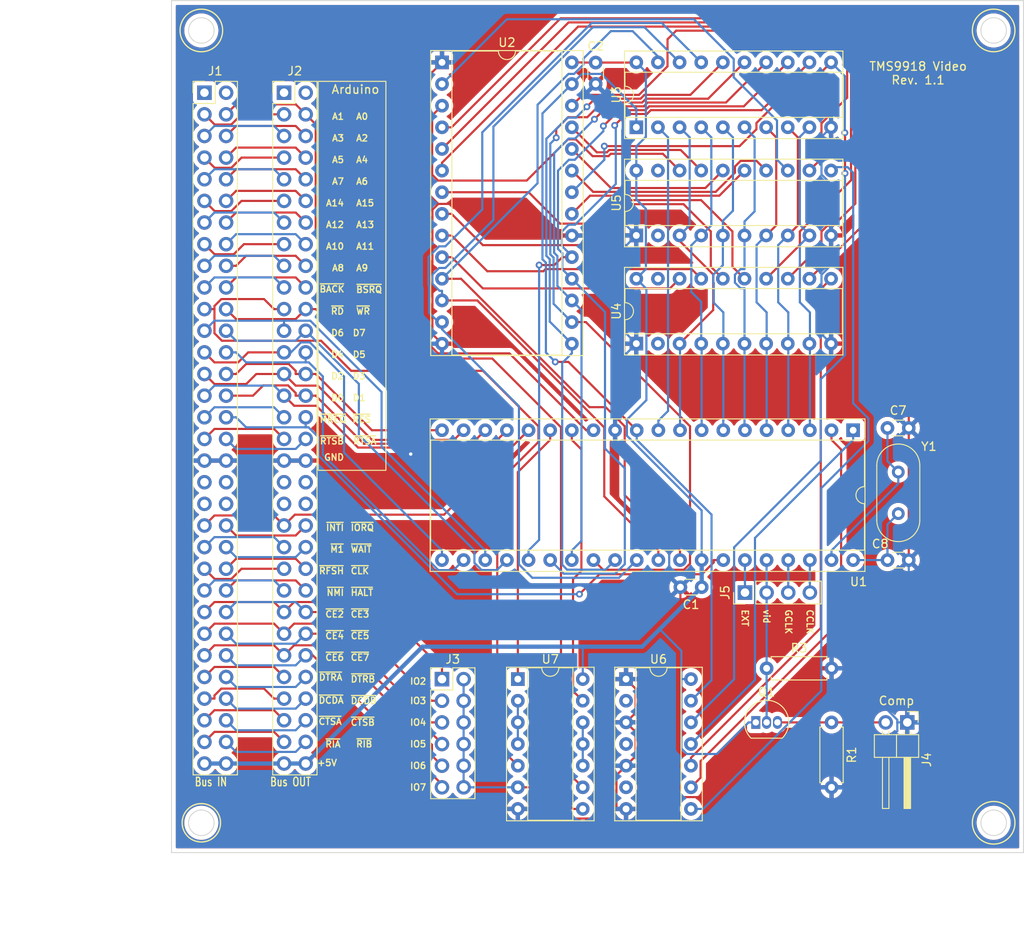
<source format=kicad_pcb>
(kicad_pcb (version 20211014) (generator pcbnew)
  (layers (0 "F.Cu" signal) (31 "B.Cu" signal) (34 "B.Paste" user) (35 "F.Paste" user) (36 "B.SilkS" user "B.Silkscreen") (37 "F.SilkS" user "F.Silkscreen") (38 "B.Mask" user) (39 "F.Mask" user) (44 "Edge.Cuts" user))
  (net 0 "")
  (net 1 "+5V")
  (net 2 "GND")
  (net 3 "Net-(C7-Pad1)")
  (net 4 "Net-(C8-Pad1)")
  (net 5 "/A0")
  (net 6 "/~{RES}")
  (net 7 "/D7")
  (net 8 "/D6")
  (net 9 "/D5")
  (net 10 "/D4")
  (net 11 "/D3")
  (net 12 "/D2")
  (net 13 "/D1")
  (net 14 "/D0")
  (net 15 "/~{RD}")
  (net 16 "/~{INTI}")
  (net 17 "/~{CE2}")
  (net 18 "/~{CE3}")
  (net 19 "/~{CE4}")
  (net 20 "/~{CE5}")
  (net 21 "/~{CE6}")
  (net 22 "/~{CE7}")
  (net 23 "/EXT")
  (net 24 "/vid")
  (net 25 "/~{WR}")
  (net 27 "/~{RAS}")
  (net 28 "/~{CAS}")
  (net 29 "/AD7")
  (net 30 "/AD6")
  (net 31 "/AD5")
  (net 32 "/AD4")
  (net 33 "/AD3")
  (net 34 "/AD2")
  (net 35 "/AD1")
  (net 36 "/AD0")
  (net 37 "/R~{W}")
  (net 38 "/~{CSW}")
  (net 39 "/~{CSR}")
  (net 40 "/VD7")
  (net 41 "/VD6")
  (net 42 "/VD5")
  (net 43 "/VD4")
  (net 44 "/VD3")
  (net 45 "/VD2")
  (net 46 "/VD1")
  (net 47 "/VD0")
  (net 48 "/VA12")
  (net 49 "/VA7")
  (net 50 "/VA6")
  (net 51 "/VA5")
  (net 52 "/VA4")
  (net 53 "/VA3")
  (net 54 "/VA2")
  (net 55 "/VA1")
  (net 56 "/VA0")
  (net 57 "/VA10")
  (net 58 "/~{R}W")
  (net 59 "/VA11")
  (net 60 "/VA9")
  (net 61 "/VA8")
  (net 62 "/VA13")
  (net 64 "/ROW")
  (net 67 "/COL")
  (net 69 "Net-(U7-Pad2)")
  (net 70 "Net-(U7-Pad10)")
  (net 76 "Net-(U1-Pad37)")
  (net 77 "/A1")
  (net 78 "/A3")
  (net 79 "/A2")
  (net 80 "/A5")
  (net 81 "/A4")
  (net 82 "/A7")
  (net 83 "/A6")
  (net 84 "/A14")
  (net 85 "/A15")
  (net 86 "/A12")
  (net 87 "/A13")
  (net 88 "/A10")
  (net 89 "/A11")
  (net 90 "/A8")
  (net 91 "/A9")
  (net 92 "/~{BUSACK}")
  (net 93 "/~{BUSRQ}")
  (net 94 "/~{MREQ}")
  (net 95 "/~{RTSB}")
  (net 96 "/~{RTSA}")
  (net 97 "/~{IORQ}")
  (net 98 "/~{M1}")
  (net 99 "/~{WAIT}")
  (net 100 "/~{RFSH}")
  (net 101 "/~{CLK}")
  (net 102 "/~{NMI}")
  (net 103 "/~{HALT}")
  (net 104 "/~{DTRA}")
  (net 105 "/~{DTRB}")
  (net 106 "/~{DCDA}")
  (net 107 "/~{DCDB}")
  (net 108 "/~{CTSA}")
  (net 109 "/~{CTSB}")
  (net 110 "/~{RIA}")
  (net 111 "/~{RIB}")
  (net 118 "Net-(J3-Pad10)")
  (net 119 "Net-(J4-Pad2)")
  (net 120 "Net-(J5-Pad4)")
  (footprint "Package_DIP:DIP-20_W7.62mm_Socket" (layer "F.Cu") (at 125.675 92.7 90)
    (fp_text reference "U5")
    (fp_text value "74HCT574")
  )
  (footprint "Package_DIP:DIP-20_W7.62mm_Socket" (layer "F.Cu") (at 125.675 105.4 90)
    (fp_text reference "U4")
    (fp_text value "74HCT574")
  )
  (footprint "Connector_PinHeader_2.54mm:PinHeader_2x06_P2.54mm_Vertical" (layer "F.Cu") (at 102.865 144.78)
    (fp_text reference "J3")
    (fp_text value "IO Addr")
  )
  (footprint "Capacitor_THT:C_Disc_D3.0mm_W1.6mm_P2.50mm" (layer "F.Cu") (at 155.155 115.3)
    (fp_text reference "C7")
    (fp_text value "22pf")
  )
  (footprint "Package_DIP:DIP-28_W15.24mm_Socket" (layer "F.Cu") (at 102.87 72.39)
    (fp_text reference "U2")
    (fp_text value "HM62256BLP")
  )
  (footprint "Capacitor_THT:C_Disc_D3.0mm_W1.6mm_P2.50mm" (layer "F.Cu") (at 155.155 130.81)
    (fp_text reference "C8")
    (fp_text value "0.1uf")
  )
  (footprint "Package_DIP:DIP-14_W7.62mm_Socket" (layer "F.Cu") (at 124.47 144.775)
    (fp_text reference "U6")
    (fp_text value "74HCT04")
  )
  (footprint "Capacitor_THT:C_Disc_D3.0mm_W1.6mm_P2.50mm" (layer "F.Cu") (at 133.35 133.985 180)
    (fp_text reference "C1")
    (fp_text value "0.1uf")
  )
  (footprint "Resistor_THT:R_Axial_DIN0207_L6.3mm_D2.5mm_P7.62mm_Horizontal" (layer "F.Cu") (at 148.59 149.86 -90)
    (fp_text reference "R1")
    (fp_text value "1k")
  )
  (footprint "Package_DIP:DIP-20_W7.62mm_Socket" (layer "F.Cu") (at 125.675 80.005 90)
    (fp_text reference "U3")
    (fp_text value "74HCT574")
  )
  (footprint "Package_DIP:DIP-40_W15.24mm_Socket" (layer "F.Cu") (at 151.125 115.565 -90)
    (fp_text reference "U1")
    (fp_text value "TMS9918A")
  )
  (footprint "Package_DIP:DIP-14_W7.62mm_Socket" (layer "F.Cu") (at 111.77 144.775)
    (fp_text reference "U7")
    (fp_text value "74LS02")
  )
  (footprint "Package_TO_SOT_THT:TO-92_Inline" (layer "F.Cu") (at 139.7 149.86)
    (fp_text reference "Q1")
    (fp_text value "BC547")
  )
  (footprint "zx2022:PinHeader_2x32_P2.54mm_Vertical" (layer "F.Cu") (at 74.985 75.946)
    (fp_text reference "J1")
    (fp_text value "Bus in")
  )
  (footprint "Resistor_THT:R_Axial_DIN0207_L6.3mm_D2.5mm_P7.62mm_Horizontal" (layer "F.Cu") (at 140.97 143.51)
    (fp_text reference "R3")
    (fp_text value "470")
  )
  (footprint "Capacitor_THT:C_Disc_D3.0mm_W1.6mm_P2.50mm" (layer "F.Cu") (at 120.904 74.91 90)
    (fp_text reference "C2")
    (fp_text value "0.1uf")
  )
  (footprint "zx2022:PinHeader_2x32_P2.54mm_Vertical" (layer "F.Cu") (at 84.328 75.946)
    (fp_text reference "J2")
    (fp_text value "Bus out")
  )
  (footprint "Connector_PinHeader_2.54mm:PinHeader_1x04_P2.54mm_Vertical" (layer "F.Cu") (at 138.43 134.62 90)
    (fp_text reference "J5")
    (fp_text value "Conn_01x04_Female")
  )
  (footprint "Crystal:Crystal_HC49-4H_Vertical" (layer "F.Cu") (at 156.425 120.47 -90)
    (fp_text reference "Y1")
    (fp_text value "10.738635MHz")
  )
  (footprint "Connector_PinHeader_2.54mm:PinHeader_1x02_P2.54mm_Horizontal" (layer "F.Cu") (at 157.485 149.86 -90)
    (fp_text reference "J4")
    (fp_text value "Video out")
  )
  (gr_circle (center 167.62 68.640999) (end 169.12 70.640999) (layer "F.SilkS") (width 0.15) (fill none))
  (gr_rect (start 88.342 74.614) (end 96.282 120.269) (layer "F.SilkS") (width 0.12) (fill none))
  (gr_circle (center 74.62 161.640999) (end 75.583 163.681999) (layer "F.SilkS") (width 0.15) (fill none))
  (gr_circle (center 167.62 161.640999) (end 170.12 161.640999) (layer "F.SilkS") (width 0.15) (fill none))
  (gr_circle (center 74.62 68.640999) (end 77.12 68.640999) (layer "F.SilkS") (width 0.15) (fill none))
  (gr_line (start 71.12 65.140999) (end 71.12 165.140999) (layer "Edge.Cuts") (width 0.1))
  (gr_circle (center 74.62 68.640999) (end 76.12 68.640999) (layer "Edge.Cuts") (width 0.1) (fill none))
  (gr_circle (center 167.62 68.640999) (end 169.12 68.640999) (layer "Edge.Cuts") (width 0.1) (fill none))
  (gr_circle (center 74.62 161.640999) (end 76.12 161.640999) (layer "Edge.Cuts") (width 0.1) (fill none))
  (gr_line (start 171.12 65.140999) (end 71.12 65.140999) (layer "Edge.Cuts") (width 0.1))
  (gr_circle (center 167.62 161.640999) (end 169.12 161.640999) (layer "Edge.Cuts") (width 0.1) (fill none))
  (gr_line (start 71.12 165.140999) (end 171.12 165.140999) (layer "Edge.Cuts") (width 0.1))
  (gr_line (start 171.12 165.140999) (end 171.12 65.140999) (layer "Edge.Cuts") (width 0.1))
  (gr_text "Bus OUT" (at 85.09 156.845) (layer "F.SilkS") (effects (font (size 1 0.75))))
  (gr_text "~{CE7}" (at 92.075 142.24) (layer "F.SilkS") (effects (font (size 0.75 0.75)) (justify left)))
  (gr_text "GND" (at 91.44 118.745) (layer "F.SilkS") (effects (font (size 0.75 0.75)) (justify right)))
  (gr_text "GCLK" (at 143.54 136.525 270) (layer "F.SilkS") (effects (font (size 0.75 0.75)) (justify left)))
  (gr_text "~{CLK}" (at 92.075 132.08) (layer "F.SilkS") (effects (font (size 0.75 0.75)) (justify left)))
  (gr_text "CCLK" (at 146.05 136.525 270) (layer "F.SilkS") (effects (font (size 0.75 0.75)) (justify left)))
  (gr_text "D7" (at 93.98 104.14) (layer "F.SilkS") (effects (font (size 0.75 0.75)) (justify right)))
  (gr_text "A10" (at 91.44 93.98) (layer "F.SilkS") (effects (font (size 0.75 0.75)) (justify right)))
  (gr_text "~{CE2}" (at 91.44 137.16) (layer "F.SilkS") (effects (font (size 0.75 0.75)) (justify right)))
  (gr_text "~{HALT}" (at 92.075 134.62) (layer "F.SilkS") (effects (font (size 0.75 0.75)) (justify left)))
  (gr_text "A3" (at 91.44 81.28) (layer "F.SilkS") (effects (font (size 0.75 0.75)) (justify right)))
  (gr_text "A15" (at 92.71 88.9) (layer "F.SilkS") (effects (font (size 0.75 0.75)) (justify left)))
  (gr_text "~{RIB}" (at 92.71 152.4) (layer "F.SilkS") (effects (font (size 0.75 0.75)) (justify left)))
  (gr_text "~{CTSB}" (at 92.075 149.86) (layer "F.SilkS") (effects (font (size 0.75 0.75)) (justify left)))
  (gr_text "IO5" (at 101.092 152.4) (layer "F.SilkS") (effects (font (size 0.75 0.75)) (justify right)))
  (gr_text "D3\n" (at 93.98 109.22) (layer "F.SilkS") (effects (font (size 0.75 0.75)) (justify right)))
  (gr_text "Arduino" (at 92.71 75.565) (layer "F.SilkS") (effects (font (size 1 1))))
  (gr_text "+5V\n" (at 90.62 154.6) (layer "F.SilkS") (effects (font (size 0.75 0.75)) (justify right)))
  (gr_text "IO4" (at 101.092 149.86) (layer "F.SilkS") (effects (font (size 0.75 0.75)) (justify right)))
  (gr_text "A4" (at 92.71 83.82) (layer "F.SilkS") (effects (font (size 0.75 0.75)) (justify left)))
  (gr_text "D2" (at 91.44 109.22) (layer "F.SilkS") (effects (font (size 0.75 0.75)) (justify right)))
  (gr_text "~{MREQ}" (at 91.7 114.3) (layer "F.SilkS") (effects (font (size 0.75 0.75)) (justify right)))
  (gr_text "~{BSRQ}" (at 92.71 99.06) (layer "F.SilkS") (effects (font (size 0.75 0.75)) (justify left)))
  (gr_text "~{CE4}" (at 91.44 139.7) (layer "F.SilkS") (effects (font (size 0.75 0.75)) (justify right)))
  (gr_text "~{INTI}" (at 91.44 127) (layer "F.SilkS") (effects (font (size 0.75 0.75)) (justify right)))
  (gr_text "~{RTSB}" (at 91.44 116.84) (layer "F.SilkS") (effects (font (size 0.75 0.75)) (justify right)))
  (gr_text "vid" (at 140.97 136.525 270) (layer "F.SilkS") (effects (font (size 0.75 0.75)) (justify left)))
  (gr_text "A13" (at 92.71 91.44) (layer "F.SilkS") (effects (font (size 0.75 0.75)) (justify left)))
  (gr_text "~{RFSH}" (at 91.44 132.08) (layer "F.SilkS") (effects (font (size 0.75 0.75)) (justify right)))
  (gr_text "~{RTSA}" (at 95.25 116.84) (layer "F.SilkS") (effects (font (size 0.75 0.75)) (justify right)))
  (gr_text "A1" (at 91.44 78.74) (layer "F.SilkS") (effects (font (size 0.75 0.75)) (justify right)))
  (gr_text "A0" (at 92.71 78.74) (layer "F.SilkS") (effects (font (size 0.75 0.75)) (justify left)))
  (gr_text "~{DCDB}" (at 92.075 147.32) (layer "F.SilkS") (effects (font (size 0.75 0.75)) (justify left)))
  (gr_text "A7" (at 91.44 86.36) (layer "F.SilkS") (effects (font (size 0.75 0.75)) (justify right)))
  (gr_text "D5" (at 93.98 106.68) (layer "F.SilkS") (effects (font (size 0.75 0.75)) (justify right)))
  (gr_text "A8" (at 91.44 96.52) (layer "F.SilkS") (effects (font (size 0.75 0.75)) (justify right)))
  (gr_text "A5" (at 91.44 83.82) (layer "F.SilkS") (effects (font (size 0.75 0.75)) (justify right)))
  (gr_text "A14" (at 91.44 88.9) (layer "F.SilkS") (effects (font (size 0.75 0.75)) (justify right)))
  (gr_text "~{IORQ}" (at 92.075 127) (layer "F.SilkS") (effects (font (size 0.75 0.75)) (justify left)))
  (gr_text "~{WR}" (at 92.71 101.6) (layer "F.SilkS") (effects (font (size 0.75 0.75)) (justify left)))
  (gr_text "~{DTRA}" (at 91.25 144.57) (layer "F.SilkS") (effects (font (size 0.75 0.75)) (justify right)))
  (gr_text "A2" (at 92.71 81.28) (layer "F.SilkS") (effects (font (size 0.75 0.75)) (justify left)))
  (gr_text "IO2" (at 101.092 145.034) (layer "F.SilkS") (effects (font (size 0.75 0.75)) (justify right)))
  (gr_text "EXT" (at 138.43 136.525 270) (layer "F.SilkS") (effects (font (size 0.75 0.75)) (justify left)))
  (gr_text "D4" (at 91.44 106.68) (layer "F.SilkS") (effects (font (size 0.75 0.75)) (justify right)))
  (gr_text "~{DTRB}" (at 92.075 144.78) (layer "F.SilkS") (effects (font (size 0.75 0.75)) (justify left)))
  (gr_text "D0" (at 91.44 111.76) (layer "F.SilkS") (effects (font (size 0.75 0.75)) (justify right)))
  (gr_text "Comp" (at 156.21 147.32) (layer "F.SilkS") (effects (font (size 1 1))))
  (gr_text "~{DCDA}" (at 91.4 147.27) (layer "F.SilkS") (effects (font (size 0.75 0.75)) (justify right)))
  (gr_text "D6" (at 91.44 104.14) (layer "F.SilkS") (effects (font (size 0.75 0.75)) (justify right)))
  (gr_text "IO3" (at 101.092 147.32) (layer "F.SilkS") (effects (font (size 0.75 0.75)) (justify right)))
  (gr_text "IO7" (at 101.092 157.48) (layer "F.SilkS") (effects (font (size 0.75 0.75)) (justify right)))
  (gr_text "~{BACK}" (at 91.5 99) (layer "F.SilkS") (effects (font (size 0.75 0.75)) (justify right)))
  (gr_text "Bus IN" (at 75.747 156.845) (layer "F.SilkS") (effects (font (size 1 0.75))))
  (gr_text "~{CE5}" (at 92.075 139.7) (layer "F.SilkS") (effects (font (size 0.75 0.75)) (justify left)))
  (gr_text "~{CE3}" (at 92.075 137.16) (layer "F.SilkS") (effects (font (size 0.75 0.75)) (justify left)))
  (gr_text "A12" (at 91.44 91.44) (layer "F.SilkS") (effects (font (size 0.75 0.75)) (justify right)))
  (gr_text "~{WAIT}" (at 92.075 129.54) (layer "F.SilkS") (effects (font (size 0.75 0.75)) (justify left)))
  (gr_text "~{CTSA}" (at 91.18 149.76) (layer "F.SilkS") (effects (font (size 0.75 0.75)) (justify right)))
  (gr_text "IO6" (at 101.092 154.94) (layer "F.SilkS") (effects (font (size 0.75 0.75)) (justify right)))
  (gr_text "~{RIA}" (at 91.04 152.42) (layer "F.SilkS") (effects (font (size 0.75 0.75)) (justify right)))
  (gr_text "~{RES}" (at 94.615 114.3) (layer "F.SilkS") (effects (font (size 0.75 0.75)) (justify right)))
  (gr_text "A9" (at 92.71 96.52) (layer "F.SilkS") (effects (font (size 0.75 0.75)) (justify left)))
  (gr_text "A11" (at 92.71 93.98) (layer "F.SilkS") (effects (font (size 0.75 0.75)) (justify left)))
  (gr_text "~{CE6}" (at 91.44 142.24) (layer "F.SilkS") (effects (font (size 0.75 0.75)) (justify right)))
  (gr_text "D1" (at 93.98 111.76) (layer "F.SilkS") (effects (font (size 0.75 0.75)) (justify right)))
  (gr_text "~{M1}" (at 91.44 129.54) (layer "F.SilkS") (effects (font (size 0.75 0.75)) (justify right)))
  (gr_text "TMS9918 Video\nRev. 1.1" (at 158.75 73.66) (layer "F.SilkS") (effects (font (size 1 1))))
  (gr_text "~{RD}" (at 91.44 101.6) (layer "F.SilkS") (effects (font (size 0.75 0.75)) (justify right)))
  (gr_text "~{NMI}" (at 91.44 134.62) (layer "F.SilkS") (effects (font (size 0.75 0.75)) (justify right)))
  (gr_text "A6" (at 92.71 86.36) (layer "F.SilkS") (effects (font (size 0.75 0.75)) (justify left)))
  (segment (start 118.11 72.39) (end 119.235 72.39) (width 0.25) (layer "F.Cu") (net 1))
  (segment (start 120.904 72.41) (end 125.65 72.41) (width 0.25) (layer "F.Cu") (net 1))
  (segment (start 125.65 72.41) (end 125.675 72.385) (width 0.25) (layer "F.Cu") (net 1))
  (segment (start 119.235 72.39) (end 119.255 72.41) (width 0.25) (layer "F.Cu") (net 1))
  (segment (start 119.255 72.41) (end 120.904 72.41) (width 0.25) (layer "F.Cu") (net 1))
  (segment (start 126.86 112.034) (end 126.86 98.965) (width 0.25) (layer "B.Cu") (net 1))
  (segment (start 130.965 152.918) (end 131.614 153.566) (width 0.25) (layer "B.Cu") (net 1))
  (segment (start 138.85 149.86) (end 139.7 149.86) (width 0.25) (layer "B.Cu") (net 1))
  (segment (start 135.143 153.566) (end 138.85 149.86) (width 0.25) (layer "B.Cu") (net 1))
  (segment (start 126.799511 96.655489) (end 126.799511 89.583493) (width 0.25) (layer "B.Cu") (net 1))
  (segment (start 133.345 130.805) (end 133.345 124.985) (width 0.25) (layer "B.Cu") (net 1))
  (segment (start 119.246 140.97) (end 100.584 140.97) (width 0.5) (layer "B.Cu") (net 1))
  (segment (start 126.365 140.97) (end 119.634 140.97) (width 0.5) (layer "B.Cu") (net 1))
  (segment (start 119.39 141.114) (end 119.39 144.775) (width 0.25) (layer "B.Cu") (net 1))
  (segment (start 133.35 133.985) (end 133.35 132.3975) (width 0.5) (layer "B.Cu") (net 1))
  (segment (start 133.35 132.3975) (end 133.345 132.3925) (width 0.25) (layer "B.Cu") (net 1))
  (segment (start 128.421 138.914) (end 130.965 141.458) (width 0.25) (layer "B.Cu") (net 1))
  (segment (start 133.345 124.985) (end 124.57 116.21) (width 0.25) (layer "B.Cu") (net 1))
  (segment (start 126.799511 89.583493) (end 125.675 88.458982) (width 0.25) (layer "B.Cu") (net 1))
  (segment (start 125.675 88.458982) (end 125.675 82.254022) (width 0.25) (layer "B.Cu") (net 1))
  (segment (start 119.246 140.97) (end 119.39 141.114) (width 0.25) (layer "B.Cu") (net 1))
  (segment (start 133.345 132.3925) (end 133.345 130.805) (width 0.25) (layer "B.Cu") (net 1))
  (segment (start 130.965 141.458) (end 130.965 144.775) (width 0.25) (layer "B.Cu") (net 1))
  (segment (start 128.421 138.914) (end 126.365 140.97) (width 0.5) (layer "B.Cu") (net 1))
  (segment (start 124.57 116.21) (end 124.57 114.324) (width 0.25) (layer "B.Cu") (net 1))
  (segment (start 133.35 132.3975) (end 133.35 130.81) (width 0.5) (layer "B.Cu") (net 1))
  (segment (start 86.868 154.686) (end 84.328 154.686) (width 0.5) (layer "B.Cu") (net 1))
  (segment (start 133.35 133.985) (end 128.421 138.914) (width 0.5) (layer "B.Cu") (net 1))
  (segment (start 125.675 97.78) (end 126.799511 96.655489) (width 0.25) (layer "B.Cu") (net 1))
  (segment (start 77.525 154.686) (end 74.985 154.686) (width 0.5) (layer "B.Cu") (net 1))
  (segment (start 126.86 98.965) (end 125.675 97.78) (width 0.25) (layer "B.Cu") (net 1))
  (segment (start 124.57 114.324) (end 126.86 112.034) (width 0.25) (layer "B.Cu") (net 1))
  (segment (start 84.328 154.686) (end 77.525 154.686) (width 0.5) (layer "B.Cu") (net 1))
  (segment (start 125.675 82.254022) (end 126.799511 81.129511) (width 0.25) (layer "B.Cu") (net 1))
  (segment (start 131.614 153.566) (end 135.143 153.566) (width 0.25) (layer "B.Cu") (net 1))
  (segment (start 119.634 140.97) (end 119.246 140.97) (width 0.5) (layer "B.Cu") (net 1))
  (segment (start 130.965 144.775) (end 130.965 152.918) (width 0.25) (layer "B.Cu") (net 1))
  (segment (start 126.799511 73.509511) (end 125.675 72.385) (width 0.25) (layer "B.Cu") (net 1))
  (segment (start 100.584 140.97) (end 86.868 154.686) (width 0.5) (layer "B.Cu") (net 1))
  (segment (start 132.09 144.775) (end 130.965 144.775) (width 0.25) (layer "B.Cu") (net 1))
  (segment (start 126.799511 81.129511) (end 126.799511 73.509511) (width 0.25) (layer "B.Cu") (net 1))
  (segment (start 113.273 88.9981) (end 102.431 88.9981) (width 0.25) (layer "F.Cu") (net 2))
  (segment (start 124.47 154.935) (end 123.345 156.06) (width 0.25) (layer "F.Cu") (net 2))
  (segment (start 125.595 148.73) (end 124.47 149.855) (width 0.25) (layer "F.Cu") (net 2))
  (segment (start 122.219 161.14) (end 123.345 160.015) (width 0.25) (layer "F.Cu") (net 2))
  (segment (start 123.345 156.06) (end 123.345 160.015) (width 0.25) (layer "F.Cu") (net 2))
  (segment (start 130.85 158.625) (end 126.985 158.625) (width 0.25) (layer "F.Cu") (net 2))
  (segment (start 101.7446 104.2846) (end 101.7446 89.6844) (width 0.25) (layer "F.Cu") (net 2))
  (segment (start 102.87 72.39) (end 101.262 73.9976) (width 0.25) (layer "F.Cu") (net 2))
  (segment (start 116.985 92.71) (end 113.273 88.9981) (width 0.25) (layer "F.Cu") (net 2))
  (segment (start 125.595 150.98) (end 125.595 153.81) (width 0.25) (layer "F.Cu") (net 2))
  (segment (start 111.77 160.015) (end 112.895 160.015) (width 0.25) (layer "F.Cu") (net 2))
  (segment (start 126.985 158.625) (end 125.595 160.015) (width 0.25) (layer "F.Cu") (net 2))
  (segment (start 147.465 157.48) (end 146.319 158.625) (width 0.25) (layer "F.Cu") (net 2))
  (segment (start 74.985 119.126) (end 77.525 119.126) (width 0.25) (layer "F.Cu") (net 2))
  (segment (start 101.262 87.8291) (end 101.262 73.9976) (width 0.25) (layer "F.Cu") (net 2))
  (segment (start 148.59 157.48) (end 147.465 157.48) (width 0.25) (layer "F.Cu") (net 2))
  (segment (start 101.7446 89.6844) (end 102.431 88.9981) (width 0.25) (layer "F.Cu") (net 2))
  (segment (start 124.47 144.775) (end 125.595 145.9) (width 0.25) (layer "F.Cu") (net 2))
  (segment (start 125.595 145.9) (end 125.595 148.73) (width 0.25) (layer "F.Cu") (net 2))
  (segment (start 77.525 119.126) (end 84.328 119.126) (width 0.25) (layer "F.Cu") (net 2))
  (segment (start 114.021 161.14) (end 122.219 161.14) (width 0.25) (layer "F.Cu") (net 2))
  (segment (start 86.868 119.126) (end 88.0433 119.126) (width 0.25) (layer "F.Cu") (net 2))
  (segment (start 125.595 153.81) (end 124.47 154.935) (width 0.25) (layer "F.Cu") (net 2))
  (segment (start 150.01 105.4) (end 148.535 105.4) (width 0.25) (layer "F.Cu") (net 2))
  (segment (start 99.1965 118.364) (end 88.8053 118.364) (width 0.25) (layer "F.Cu") (net 2))
  (segment (start 123.907 160.015) (end 123.345 160.015) (width 0.25) (layer "F.Cu") (net 2))
  (segment (start 118.11 92.71) (end 116.985 92.71) (width 0.25) (layer "F.Cu") (net 2))
  (segment (start 157.655 115.3) (end 157.655 130.81) (width 0.25) (layer "F.Cu") (net 2))
  (segment (start 88.8053 118.364) (end 88.0433 119.126) (width 0.25) (layer "F.Cu") (net 2))
  (segment (start 130.85 133.985) (end 130.85 158.625) (width 0.25) (layer "F.Cu") (net 2))
  (segment (start 146.319 158.625) (end 130.85 158.625) (width 0.25) (layer "F.Cu") (net 2))
  (segment (start 86.868 119.126) (end 84.328 119.126) (width 0.25) (layer "F.Cu") (net 2))
  (segment (start 112.895 160.015) (end 114.021 161.14) (width 0.25) (layer "F.Cu") (net 2))
  (segment (start 157.655 113.045) (end 157.655 115.3) (width 0.25) (layer "F.Cu") (net 2))
  (segment (start 157.655 113.045) (end 150.01 105.4) (width 0.25) (layer "F.Cu") (net 2))
  (segment (start 102.87 105.41) (end 101.7446 104.2846) (width 0.25) (layer "F.Cu") (net 2))
  (segment (start 124.47 160.015) (end 123.907 160.015) (width 0.25) (layer "F.Cu") (net 2))
  (segment (start 101.262 87.8291) (end 102.431 88.9981) (width 0.25) (layer "F.Cu") (net 2))
  (segment (start 124.47 149.855) (end 125.595 150.98) (width 0.25) (layer "F.Cu") (net 2))
  (segment (start 125.595 160.015) (end 124.47 160.015) (width 0.25) (layer "F.Cu") (net 2))
  (via (at 99.1965 118.364) (size 0.8) (drill 0.4) (layers "F.Cu" "B.Cu") (net 2))
  (segment (start 99.1965 110.2088) (end 102.87 106.5353) (width 0.25) (layer "B.Cu") (net 2))
  (segment (start 118.11 92.71) (end 125.665 92.71) (width 0.25) (layer "B.Cu") (net 2))
  (segment (start 125.675 92.7) (end 124.333 94.042) (width 0.25) (layer "B.Cu") (net 2))
  (segment (start 125.665 92.71) (end 125.675 92.7) (width 0.25) (layer "B.Cu") (net 2))
  (segment (start 149.715 157.48) (end 156.31 150.886) (width 0.25) (layer "B.Cu") (net 2))
  (segment (start 123.185 116.69) (end 129.535 123.04) (width 0.25) (layer "B.Cu") (net 2))
  (segment (start 157.655 130.81) (end 157.655 136.114) (width 0.25) (layer "B.Cu") (net 2))
  (segment (start 148.535 80.005) (end 147.410489 81.129511) (width 0.25) (layer "B.Cu") (net 2))
  (segment (start 120.777 75.037) (end 124.079 78.339) (width 0.25) (layer "B.Cu") (net 2))
  (segment (start 120.904 74.91) (end 120.777 75.037) (width 0.25) (layer "B.Cu") (net 2))
  (segment (start 147.410489 104.275489) (end 148.535 105.4) (width 0.25) (layer "B.Cu") (net 2))
  (segment (start 147.410489 85.545789) (end 148.535 86.6703) (width 0.25) (layer "B.Cu") (net 2))
  (segment (start 148.535 96.1897) (end 147.410489 97.314211) (width 0.25) (layer "B.Cu") (net 2))
  (segment (start 147.410489 97.314211) (end 147.410489 104.275489) (width 0.25) (layer "B.Cu") (net 2))
  (segment (start 124.079 91.104) (end 125.675 92.7) (width 0.25) (layer "B.Cu") (net 2))
  (segment (start 148.59 157.48) (end 149.715 157.48) (width 0.25) (layer "B.Cu") (net 2))
  (segment (start 147.410489 81.129511) (end 147.410489 85.545789) (width 0.25) (layer "B.Cu") (net 2))
  (segment (start 129.535 132.67) (end 130.85 133.985) (width 0.25) (layer "B.Cu") (net 2))
  (segment (start 124.079 78.339) (end 124.079 91.104) (width 0.25) (layer "B.Cu") (net 2))
  (segment (start 124.333 94.042) (end 124.333 104.058) (width 0.25) (layer "B.Cu") (net 2))
  (segment (start 148.59 143.51) (end 150.259 143.51) (width 0.25) (layer "B.Cu") (net 2))
  (segment (start 148.535 86.6703) (end 148.535 96.1897) (width 0.25) (layer "B.Cu") (net 2))
  (segment (start 124.333 104.058) (end 125.675 105.4) (width 0.25) (layer "B.Cu") (net 2))
  (segment (start 157.655 136.114) (end 150.259 143.51) (width 0.25) (layer "B.Cu") (net 2))
  (segment (start 150.259 143.51) (end 156.31 149.561) (width 0.25) (layer "B.Cu") (net 2))
  (segment (start 99.1965 118.364) (end 99.1965 110.2088) (width 0.25) (layer "B.Cu") (net 2))
  (segment (start 156.31 150.886) (end 156.31 149.86) (width 0.25) (layer "B.Cu") (net 2))
  (segment (start 157.485 149.86) (end 156.31 149.86) (width 0.25) (layer "B.Cu") (net 2))
  (segment (start 123.185 115.565) (end 123.185 116.69) (width 0.25) (layer "B.Cu") (net 2))
  (segment (start 125.675 105.4) (end 123.185 107.89) (width 0.25) (layer "B.Cu") (net 2))
  (segment (start 156.31 149.561) (end 156.31 149.86) (width 0.25) (layer "B.Cu") (net 2))
  (segment (start 129.535 123.04) (end 129.535 132.67) (width 0.25) (layer "B.Cu") (net 2))
  (segment (start 102.87 105.41) (end 102.87 106.5353) (width 0.25) (layer "B.Cu") (net 2))
  (segment (start 123.185 107.89) (end 123.185 115.565) (width 0.25) (layer "B.Cu") (net 2))
  (segment (start 148.585 129.68) (end 156.425 121.84) (width 0.25) (layer "B.Cu") (net 3))
  (segment (start 156.425 120.47) (end 155.155 119.2) (width 0.25) (layer "B.Cu") (net 3))
  (segment (start 155.155 119.2) (end 155.155 115.3) (width 0.25) (layer "B.Cu") (net 3))
  (segment (start 156.425 121.84) (end 156.425 120.47) (width 0.25) (layer "B.Cu") (net 3))
  (segment (start 148.585 130.805) (end 148.585 129.68) (width 0.25) (layer "B.Cu") (net 3))
  (segment (start 155.155 130.805) (end 151.125 130.805) (width 0.25) (layer "B.Cu") (net 4))
  (segment (start 155.155 126.62) (end 155.155 128.7125) (width 0.25) (layer "B.Cu") (net 4))
  (segment (start 155.155 128.7125) (end 155.155 130.81) (width 0.25) (layer "B.Cu") (net 4))
  (segment (start 156.425 125.35) (end 155.155 126.62) (width 0.25) (layer "B.Cu") (net 4))
  (segment (start 155.155 128.7125) (end 155.155 130.805) (width 0.25) (layer "B.Cu") (net 4))
  (segment (start 78.7003 77.3107) (end 77.525 78.486) (width 0.25) (layer "F.Cu") (net 5))
  (segment (start 102.3907 106.5413) (end 110.7773 106.5413) (width 0.25) (layer "F.Cu") (net 5))
  (segment (start 86.868 78.486) (end 88.0433 79.6613) (width 0.25) (layer "F.Cu") (net 5))
  (segment (start 88.0433 79.6613) (end 88.0433 92.1939) (width 0.25) (layer "F.Cu") (net 5))
  (segment (start 88.0433 92.1939) (end 102.3907 106.5413) (width 0.25) (layer "F.Cu") (net 5))
  (segment (start 85.6927 77.3107) (end 78.7003 77.3107) (width 0.25) (layer "F.Cu") (net 5))
  (segment (start 119.801 115.565) (end 120.645 115.565) (width 0.25) (layer "F.Cu") (net 5))
  (segment (start 110.7773 106.5413) (end 119.801 115.565) (width 0.25) (layer "F.Cu") (net 5))
  (segment (start 86.868 78.486) (end 85.6927 77.3107) (width 0.25) (layer "F.Cu") (net 5))
  (segment (start 134.7597 130.805) (end 134.7597 131.0863) (width 0.25) (layer "F.Cu") (net 6))
  (segment (start 133.3783 132.4677) (end 121.3425 132.4677) (width 0.25) (layer "F.Cu") (net 6))
  (segment (start 121.3425 132.4677) (end 119.0002 134.81) (width 0.25) (layer "F.Cu") (net 6))
  (segment (start 135.885 130.805) (end 134.7597 130.805) (width 0.25) (layer "F.Cu") (net 6))
  (segment (start 134.7597 131.0863) (end 133.3783 132.4677) (width 0.25) (layer "F.Cu") (net 6))
  (via (at 119.0002 134.81) (size 0.8) (drill 0.4) (layers "F.Cu" "B.Cu") (net 6))
  (segment (start 86.868 115.2213) (end 79.8756 115.2213) (width 0.25) (layer "B.Cu") (net 6))
  (segment (start 87.1979 115.2213) (end 86.868 115.2213) (width 0.25) (layer "B.Cu") (net 6))
  (segment (start 88.3764 116.3998) (end 87.1979 115.2213) (width 0.25) (layer "B.Cu") (net 6))
  (segment (start 119.0002 134.81) (end 104.6285 134.81) (width 0.25) (layer "B.Cu") (net 6))
  (segment (start 77.525 114.046) (end 78.7003 114.046) (width 0.25) (layer "B.Cu") (net 6))
  (segment (start 79.8756 115.2213) (end 78.7003 114.046) (width 0.25) (layer "B.Cu") (net 6))
  (segment (start 104.6285 134.81) (end 88.3764 118.5579) (width 0.25) (layer "B.Cu") (net 6))
  (segment (start 86.868 115.1087) (end 86.868 115.2213) (width 0.25) (layer "B.Cu") (net 6))
  (segment (start 88.3764 118.5579) (end 88.3764 116.3998) (width 0.25) (layer "B.Cu") (net 6))
  (segment (start 86.868 114.046) (end 86.868 115.1087) (width 0.25) (layer "B.Cu") (net 6))
  (segment (start 78.7003 105.0613) (end 77.525 103.886) (width 0.25) (layer "B.Cu") (net 7))
  (segment (start 93.1084 110.1264) (end 86.868 103.886) (width 0.25) (layer "B.Cu") (net 7))
  (segment (start 110.485 130.805) (end 109.3162 131.9738) (width 0.25) (layer "B.Cu") (net 7))
  (segment (start 109.3162 131.9738) (end 107.5195 131.9738) (width 0.25) (layer "B.Cu") (net 7))
  (segment (start 85.6927 105.0613) (end 78.7003 105.0613) (width 0.25) (layer "B.Cu") (net 7))
  (segment (start 106.675 129.6796) (end 93.1084 116.113) (width 0.25) (layer "B.Cu") (net 7))
  (segment (start 107.5195 131.9738) (end 106.675 131.1293) (width 0.25) (layer "B.Cu") (net 7))
  (segment (start 93.1084 116.113) (end 93.1084 110.1264) (width 0.25) (layer "B.Cu") (net 7))
  (segment (start 106.675 131.1293) (end 106.675 129.6796) (width 0.25) (layer "B.Cu") (net 7))
  (segment (start 86.868 103.886) (end 85.6927 105.0613) (width 0.25) (layer "B.Cu") (net 7))
  (segment (start 87.4132 102.7107) (end 84.328 102.7107) (width 0.25) (layer "B.Cu") (net 8))
  (segment (start 107.945 129.6797) (end 95.7751 117.5098) (width 0.25) (layer "B.Cu") (net 8))
  (segment (start 74.985 103.886) (end 76.1603 102.7107) (width 0.25) (layer "B.Cu") (net 8))
  (segment (start 95.7751 117.5098) (end 95.7751 111.0726) (width 0.25) (layer "B.Cu") (net 8))
  (segment (start 84.328 103.886) (end 84.328 102.7107) (width 0.25) (layer "B.Cu") (net 8))
  (segment (start 107.945 130.805) (end 107.945 129.6797) (width 0.25) (layer "B.Cu") (net 8))
  (segment (start 95.7751 111.0726) (end 87.4132 102.7107) (width 0.25) (layer "B.Cu") (net 8))
  (segment (start 76.1603 102.7107) (end 84.328 102.7107) (width 0.25) (layer "B.Cu") (net 8))
  (segment (start 88.8813 109.2471) (end 87.2355 107.6013) (width 0.25) (layer "B.Cu") (net 9))
  (segment (start 105.405 130.805) (end 104.2277 131.9823) (width 0.25) (layer "B.Cu") (net 9))
  (segment (start 86.868 107.6013) (end 79.8756 107.6013) (width 0.25) (layer "B.Cu") (net 9))
  (segment (start 86.868 106.426) (end 86.868 107.6013) (width 0.25) (layer "B.Cu") (net 9))
  (segment (start 77.525 106.426) (end 78.7003 106.426) (width 0.25) (layer "B.Cu") (net 9))
  (segment (start 104.2277 131.9823) (end 102.4377 131.9823) (width 0.25) (layer "B.Cu") (net 9))
  (segment (start 79.8756 107.6013) (end 78.7003 106.426) (width 0.25) (layer "B.Cu") (net 9))
  (segment (start 87.2355 107.6013) (end 86.868 107.6013) (width 0.25) (layer "B.Cu") (net 9))
  (segment (start 102.4377 131.9823) (end 88.8813 118.4259) (width 0.25) (layer "B.Cu") (net 9))
  (segment (start 88.8813 118.4259) (end 88.8813 109.2471) (width 0.25) (layer "B.Cu") (net 9))
  (segment (start 76.1603 107.6013) (end 78.9454 107.6013) (width 0.25) (layer "F.Cu") (net 10))
  (segment (start 74.985 106.426) (end 76.1603 107.6013) (width 0.25) (layer "F.Cu") (net 10))
  (segment (start 78.9454 107.6013) (end 80.1207 106.426) (width 0.25) (layer "F.Cu") (net 10))
  (segment (start 80.1207 106.426) (end 84.328 106.426) (width 0.25) (layer "F.Cu") (net 10))
  (segment (start 102.865 129.6797) (end 102.865 130.805) (width 0.25) (layer "B.Cu") (net 10))
  (segment (start 91.3712 109.2628) (end 91.3712 118.1859) (width 0.25) (layer "B.Cu") (net 10))
  (segment (start 84.328 106.426) (end 85.1359 106.426) (width 0.25) (layer "B.Cu") (net 10))
  (segment (start 91.3712 118.1859) (end 102.865 129.6797) (width 0.25) (layer "B.Cu") (net 10))
  (segment (start 87.3591 105.2507) (end 91.3712 109.2628) (width 0.25) (layer "B.Cu") (net 10))
  (segment (start 85.1359 106.426) (end 86.3112 105.2507) (width 0.25) (layer "B.Cu") (net 10))
  (segment (start 86.3112 105.2507) (end 87.3591 105.2507) (width 0.25) (layer "B.Cu") (net 10))
  (segment (start 85.6927 108.966) (end 85.6927 108.5986) (width 0.25) (layer "F.Cu") (net 11))
  (segment (start 85.6927 108.5986) (end 84.8848 107.7907) (width 0.25) (layer "F.Cu") (net 11))
  (segment (start 94.6423 115.565) (end 88.0433 108.966) (width 0.25) (layer "F.Cu") (net 11))
  (segment (start 86.868 108.966) (end 85.6927 108.966) (width 0.25) (layer "F.Cu") (net 11))
  (segment (start 79.8756 107.7907) (end 78.7003 108.966) (width 0.25) (layer "F.Cu") (net 11))
  (segment (start 84.8848 107.7907) (end 79.8756 107.7907) (width 0.25) (layer "F.Cu") (net 11))
  (segment (start 94.6423 115.565) (end 102.865 115.565) (width 0.25) (layer "F.Cu") (net 11))
  (segment (start 86.868 108.966) (end 88.0433 108.966) (width 0.25) (layer "F.Cu") (net 11))
  (segment (start 77.525 108.966) (end 78.7003 108.966) (width 0.25) (layer "F.Cu") (net 11))
  (segment (start 88.2883 110.3306) (end 85.6926 110.3306) (width 0.25) (layer "F.Cu") (net 12))
  (segment (start 79.8915 110.1413) (end 81.0668 108.966) (width 0.25) (layer "F.Cu") (net 12))
  (segment (start 104.2701 116.6999) (end 94.6576 116.6999) (width 0.25) (layer "F.Cu") (net 12))
  (segment (start 105.405 115.565) (end 104.2701 116.6999) (width 0.25) (layer "F.Cu") (net 12))
  (segment (start 81.0668 108.966) (end 84.328 108.966) (width 0.25) (layer "F.Cu") (net 12))
  (segment (start 76.1603 110.1413) (end 79.8915 110.1413) (width 0.25) (layer "F.Cu") (net 12))
  (segment (start 85.6926 110.3306) (end 84.328 108.966) (width 0.25) (layer "F.Cu") (net 12))
  (segment (start 74.985 108.966) (end 76.1603 110.1413) (width 0.25) (layer "F.Cu") (net 12))
  (segment (start 94.6576 116.6999) (end 88.2883 110.3306) (width 0.25) (layer "F.Cu") (net 12))
  (segment (start 106.3598 117.1502) (end 93.6875 117.1502) (width 0.25) (layer "F.Cu") (net 13))
  (segment (start 93.6875 117.1502) (end 88.0433 111.506) (width 0.25) (layer "F.Cu") (net 13))
  (segment (start 84.8015 110.3013) (end 85.6927 111.1925) (width 0.25) (layer "F.Cu") (net 13))
  (segment (start 86.868 111.506) (end 85.6927 111.506) (width 0.25) (layer "F.Cu") (net 13))
  (segment (start 85.6927 111.1925) (end 85.6927 111.506) (width 0.25) (layer "F.Cu") (net 13))
  (segment (start 81.8941 110.3013) (end 84.8015 110.3013) (width 0.25) (layer "F.Cu") (net 13))
  (segment (start 88.0433 111.506) (end 86.868 111.506) (width 0.25) (layer "F.Cu") (net 13))
  (segment (start 77.525 111.506) (end 80.6894 111.506) (width 0.25) (layer "F.Cu") (net 13))
  (segment (start 80.6894 111.506) (end 81.8941 110.3013) (width 0.25) (layer "F.Cu") (net 13))
  (segment (start 107.945 115.565) (end 106.3598 117.1502) (width 0.25) (layer "F.Cu") (net 13))
  (segment (start 93.0183 117.6006) (end 88.1094 112.6917) (width 0.25) (layer "F.Cu") (net 14))
  (segment (start 85.5137 112.6917) (end 84.328 111.506) (width 0.25) (layer "F.Cu") (net 14))
  (segment (start 88.1094 112.6917) (end 85.5137 112.6917) (width 0.25) (layer "F.Cu") (net 14))
  (segment (start 110.485 115.565) (end 108.4494 117.6006) (width 0.25) (layer "F.Cu") (net 14))
  (segment (start 108.4494 117.6006) (end 93.0183 117.6006) (width 0.25) (layer "F.Cu") (net 14))
  (segment (start 83.1527 110.3307) (end 84.328 111.506) (width 0.25) (layer "B.Cu") (net 14))
  (segment (start 74.985 111.506) (end 76.1603 110.3307) (width 0.25) (layer "B.Cu") (net 14))
  (segment (start 76.1603 110.3307) (end 83.1527 110.3307) (width 0.25) (layer "B.Cu") (net 14))
  (segment (start 76.1603 104.1861) (end 76.1603 101.346) (width 0.25) (layer "F.Cu") (net 15))
  (segment (start 114.1882 116.9369) (end 114.1882 115.102) (width 0.25) (layer "F.Cu") (net 15))
  (segment (start 81.9774 100.1707) (end 83.1527 101.346) (width 0.25) (layer "F.Cu") (net 15))
  (segment (start 88.6786 105.0614) (end 77.0356 105.0614) (width 0.25) (layer "F.Cu") (net 15))
  (segment (start 109.3539 121.7712) (end 114.1882 116.9369) (width 0.25) (layer "F.Cu") (net 15))
  (segment (start 107.6796 108.5934) (end 92.2106 108.5934) (width 0.25) (layer "F.Cu") (net 15))
  (segment (start 114.1882 115.102) (end 107.6796 108.5934) (width 0.25) (layer "F.Cu") (net 15))
  (segment (start 74.985 101.346) (end 76.1603 101.346) (width 0.25) (layer "F.Cu") (net 15))
  (segment (start 84.328 101.346) (end 83.1527 101.346) (width 0.25) (layer "F.Cu") (net 15))
  (segment (start 77.0356 105.0614) (end 76.1603 104.1861) (width 0.25) (layer "F.Cu") (net 15))
  (segment (start 109.3539 152.5189) (end 109.3539 121.7712) (width 0.25) (layer "F.Cu") (net 15))
  (segment (start 76.1603 100.9787) (end 76.9683 100.1707) (width 0.25) (layer "F.Cu") (net 15))
  (segment (start 92.2106 108.5934) (end 88.6786 105.0614) (width 0.25) (layer "F.Cu") (net 15))
  (segment (start 76.9683 100.1707) (end 81.9774 100.1707) (width 0.25) (layer "F.Cu") (net 15))
  (segment (start 76.1603 101.346) (end 76.1603 100.9787) (width 0.25) (layer "F.Cu") (net 15))
  (segment (start 111.77 154.935) (end 109.3539 152.5189) (width 0.25) (layer "F.Cu") (net 15))
  (segment (start 85.598 125.476) (end 84.328 126.746) (width 0.25) (layer "F.Cu") (net 16))
  (segment (start 113.025 115.565) (end 103.114 125.476) (width 0.25) (layer "F.Cu") (net 16))
  (segment (start 76.1603 125.5707) (end 83.1527 125.5707) (width 0.25) (layer "F.Cu") (net 16))
  (segment (start 83.1527 125.5707) (end 84.328 126.746) (width 0.25) (layer "F.Cu") (net 16))
  (segment (start 103.114 125.476) (end 85.598 125.476) (width 0.25) (layer "F.Cu") (net 16))
  (segment (start 74.985 126.746) (end 76.1603 125.5707) (width 0.25) (layer "F.Cu") (net 16))
  (segment (start 85.5033 135.7307) (end 95.0907 135.7307) (width 0.25) (layer "F.Cu") (net 17))
  (segment (start 83.1527 135.7307) (end 84.328 136.906) (width 0.25) (layer "F.Cu") (net 17))
  (segment (start 74.985 136.906) (end 76.1603 135.7307) (width 0.25) (layer "F.Cu") (net 17))
  (segment (start 84.328 136.906) (end 85.5033 135.7307) (width 0.25) (layer "F.Cu") (net 17))
  (segment (start 76.1603 135.7307) (end 83.1527 135.7307) (width 0.25) (layer "F.Cu") (net 17))
  (segment (start 95.0907 135.7307) (end 102.865 143.505) (width 0.25) (layer "F.Cu") (net 17))
  (segment (start 102.865 143.505) (end 102.865 144.78) (width 0.25) (layer "F.Cu") (net 17))
  (segment (start 101.64485 147.32) (end 102.865 147.32) (width 0.25) (layer "F.Cu") (net 18))
  (segment (start 91.23085 136.906) (end 101.64485 147.32) (width 0.25) (layer "F.Cu") (net 18))
  (segment (start 86.868 136.906) (end 91.23085 136.906) (width 0.25) (layer "F.Cu") (net 18))
  (segment (start 78.7003 135.7307) (end 77.525 136.906) (width 0.25) (layer "B.Cu") (net 18))
  (segment (start 85.6927 135.7307) (end 78.7003 135.7307) (width 0.25) (layer "B.Cu") (net 18))
  (segment (start 86.868 136.906) (end 85.6927 135.7307) (width 0.25) (layer "B.Cu") (net 18))
  (segment (start 85.5033 138.2707) (end 90.0107 138.2707) (width 0.25) (layer "F.Cu") (net 19))
  (segment (start 101.6 149.86) (end 102.865 149.86) (width 0.25) (layer "F.Cu") (net 19))
  (segment (start 76.1603 138.2707) (end 83.1527 138.2707) (width 0.25) (layer "F.Cu") (net 19))
  (segment (start 84.328 139.446) (end 85.5033 138.2707) (width 0.25) (layer "F.Cu") (net 19))
  (segment (start 83.1527 138.2707) (end 84.328 139.446) (width 0.25) (layer "F.Cu") (net 19))
  (segment (start 90.0107 138.2707) (end 101.6 149.86) (width 0.25) (layer "F.Cu") (net 19))
  (segment (start 74.985 139.446) (end 76.1603 138.2707) (width 0.25) (layer "F.Cu") (net 19))
  (segment (start 102.865 152.35015) (end 89.96085 139.446) (width 0.25) (layer "F.Cu") (net 20))
  (segment (start 89.96085 139.446) (end 86.868 139.446) (width 0.25) (layer "F.Cu") (net 20))
  (segment (start 102.865 152.4) (end 102.865 152.35015) (width 0.25) (layer "F.Cu") (net 20))
  (segment (start 86.868 139.446) (end 85.6927 140.6213) (width 0.25) (layer "B.Cu") (net 20))
  (segment (start 78.7003 140.6213) (end 77.525 139.446) (width 0.25) (layer "B.Cu") (net 20))
  (segment (start 85.6927 140.6213) (end 78.7003 140.6213) (width 0.25) (layer "B.Cu") (net 20))
  (segment (start 101.690489 152.490489) (end 101.690489 153.765489) (width 0.25) (layer "F.Cu") (net 21))
  (segment (start 84.328 141.986) (end 85.5033 140.8107) (width 0.25) (layer "F.Cu") (net 21))
  (segment (start 74.985 141.986) (end 76.1603 140.8107) (width 0.25) (layer "F.Cu") (net 21))
  (segment (start 90.0107 140.8107) (end 101.690489 152.490489) (width 0.25) (layer "F.Cu") (net 21))
  (segment (start 85.5033 140.8107) (end 90.0107 140.8107) (width 0.25) (layer "F.Cu") (net 21))
  (segment (start 101.690489 153.765489) (end 102.865 154.94) (width 0.25) (layer "F.Cu") (net 21))
  (segment (start 83.1527 140.8107) (end 84.328 141.986) (width 0.25) (layer "F.Cu") (net 21))
  (segment (start 76.1603 140.8107) (end 83.1527 140.8107) (width 0.25) (layer "F.Cu") (net 21))
  (segment (start 102.865 157.14135) (end 87.70965 141.986) (width 0.25) (layer "F.Cu") (net 22))
  (segment (start 87.70965 141.986) (end 86.868 141.986) (width 0.25) (layer "F.Cu") (net 22))
  (segment (start 102.865 157.48) (end 102.865 157.14135) (width 0.25) (layer "F.Cu") (net 22))
  (segment (start 78.7003 143.1613) (end 77.525 141.986) (width 0.25) (layer "B.Cu") (net 22))
  (segment (start 85.6927 143.1613) (end 78.7003 143.1613) (width 0.25) (layer "B.Cu") (net 22))
  (segment (start 86.868 141.986) (end 85.6927 143.1613) (width 0.25) (layer "B.Cu") (net 22))
  (segment (start 138.425 130.805) (end 138.425 133.44) (width 0.25) (layer "B.Cu") (net 23))
  (segment (start 138.43 133.445) (end 138.43 134.62) (width 0.25) (layer "B.Cu") (net 23))
  (segment (start 138.425 133.44) (end 138.43 133.445) (width 0.25) (layer "B.Cu") (net 23))
  (segment (start 140.97 143.51) (end 140.97 149.86) (width 0.25) (layer "B.Cu") (net 24))
  (segment (start 140.97 133.445) (end 140.965 133.44) (width 0.25) (layer "B.Cu") (net 24))
  (segment (start 140.97 134.62) (end 140.97 143.51) (width 0.25) (layer "B.Cu") (net 24))
  (segment (start 140.97 134.62) (end 140.97 133.445) (width 0.25) (layer "B.Cu") (net 24))
  (segment (start 140.965 133.44) (end 140.965 130.805) (width 0.25) (layer "B.Cu") (net 24))
  (segment (start 119.39 157.475) (end 116.835 154.92) (width 0.25) (layer "F.Cu") (net 25))
  (segment (start 85.6927 102.5213) (end 78.7003 102.5213) (width 0.25) (layer "F.Cu") (net 25))
  (segment (start 116.835 154.92) (end 116.835 115.2204) (width 0.25) (layer "F.Cu") (net 25))
  (segment (start 78.7003 102.5213) (end 77.525 101.346) (width 0.25) (layer "F.Cu") (net 25))
  (segment (start 86.868 101.346) (end 85.6927 102.5213) (width 0.25) (layer "F.Cu") (net 25))
  (segment (start 93.8479 107.1506) (end 88.0433 101.346) (width 0.25) (layer "F.Cu") (net 25))
  (segment (start 88.0433 101.346) (end 86.868 101.346) (width 0.25) (layer "F.Cu") (net 25))
  (segment (start 108.7652 107.1506) (end 93.8479 107.1506) (width 0.25) (layer "F.Cu") (net 25))
  (segment (start 116.835 115.2204) (end 108.7652 107.1506) (width 0.25) (layer "F.Cu") (net 25))
  (segment (start 139.605 128.21) (end 151.125 116.69) (width 0.25) (layer "B.Cu") (net 27))
  (segment (start 139.605 144.88) (end 139.605 128.21) (width 0.25) (layer "B.Cu") (net 27))
  (segment (start 151.125 116.69) (end 151.125 115.565) (width 0.25) (layer "B.Cu") (net 27))
  (segment (start 132.09 152.395) (end 139.605 144.88) (width 0.25) (layer "B.Cu") (net 27))
  (segment (start 149.716 117.821) (end 148.585 116.69) (width 0.25) (layer "F.Cu") (net 28))
  (segment (start 133.215 154.409) (end 149.716 137.908) (width 0.25) (layer "F.Cu") (net 28))
  (segment (start 148.585 116.69) (end 148.585 115.565) (width 0.25) (layer "F.Cu") (net 28))
  (segment (start 133.215 156.35) (end 133.215 154.409) (width 0.25) (layer "F.Cu") (net 28))
  (segment (start 132.09 157.475) (end 133.215 156.35) (width 0.25) (layer "F.Cu") (net 28))
  (segment (start 149.716 137.908) (end 149.716 117.821) (width 0.25) (layer "F.Cu") (net 28))
  (segment (start 144.870489 91.455489) (end 144.870489 81.129511) (width 0.25) (layer "B.Cu") (net 29))
  (segment (start 146.045 115.565) (end 146.045 114.44) (width 0.25) (layer "B.Cu") (net 29))
  (segment (start 144.870489 93.824511) (end 146.055 92.64) (width 0.25) (layer "B.Cu") (net 29))
  (segment (start 146.055 101.735) (end 144.870489 100.550489) (width 0.25) (layer "B.Cu") (net 29))
  (segment (start 146.055 92.64) (end 144.870489 91.455489) (width 0.25) (layer "B.Cu") (net 29))
  (segment (start 144.870489 100.550489) (end 144.870489 93.824511) (width 0.25) (layer "B.Cu") (net 29))
  (segment (start 144.870489 81.129511) (end 145.995 80.005) (width 0.25) (layer "B.Cu") (net 29))
  (segment (start 146.055 114.43) (end 146.055 101.735) (width 0.25) (layer "B.Cu") (net 29))
  (segment (start 146.045 114.44) (end 146.055 114.43) (width 0.25) (layer "B.Cu") (net 29))
  (segment (start 144.64 81.19) (end 143.455 80.005) (width 0.25) (layer "F.Cu") (net 30))
  (segment (start 144.64 91.515) (end 144.64 81.19) (width 0.25) (layer "F.Cu") (net 30))
  (segment (start 143.455 92.7) (end 144.64 91.515) (width 0.25) (layer "F.Cu") (net 30))
  (segment (start 142.330489 100.550489) (end 142.330489 93.824511) (width 0.25) (layer "B.Cu") (net 30))
  (segment (start 143.505 114.44) (end 143.515 114.43) (width 0.25) (layer "B.Cu") (net 30))
  (segment (start 143.505 115.565) (end 143.505 114.44) (width 0.25) (layer "B.Cu") (net 30))
  (segment (start 143.515 114.43) (end 143.515 101.735) (width 0.25) (layer "B.Cu") (net 30))
  (segment (start 143.515 101.735) (end 142.330489 100.550489) (width 0.25) (layer "B.Cu") (net 30))
  (segment (start 142.330489 93.824511) (end 143.515 92.64) (width 0.25) (layer "B.Cu") (net 30))
  (segment (start 142.1 81.19) (end 140.915 80.005) (width 0.25) (layer "F.Cu") (net 31))
  (segment (start 140.915 92.7) (end 142.1 91.515) (width 0.25) (layer "F.Cu") (net 31))
  (segment (start 142.1 91.515) (end 142.1 81.19) (width 0.25) (layer "F.Cu") (net 31))
  (segment (start 140.965 115.565) (end 140.965 114.44) (width 0.25) (layer "B.Cu") (net 31))
  (segment (start 140.965 114.44) (end 140.975 114.43) (width 0.25) (layer "B.Cu") (net 31))
  (segment (start 140.975 114.43) (end 140.975 101.735) (width 0.25) (layer "B.Cu") (net 31))
  (segment (start 139.790489 100.550489) (end 139.790489 93.824511) (width 0.25) (layer "B.Cu") (net 31))
  (segment (start 139.790489 93.824511) (end 140.975 92.64) (width 0.25) (layer "B.Cu") (net 31))
  (segment (start 140.975 101.735) (end 139.790489 100.550489) (width 0.25) (layer "B.Cu") (net 31))
  (segment (start 138.375 115.515) (end 138.425 115.565) (width 0.25) (layer "B.Cu") (net 32))
  (segment (start 137.909211 96.655489) (end 137.250489 97.314211) (width 0.25) (layer "B.Cu") (net 32))
  (segment (start 137.250489 97.314211) (end 137.250489 98.245789) (width 0.25) (layer "B.Cu") (net 32))
  (segment (start 138.375 80.005) (end 139.56 81.19) (width 0.25) (layer "B.Cu") (net 32))
  (segment (start 139.56 81.19) (end 139.56 89.8782) (width 0.25) (layer "B.Cu") (net 32))
  (segment (start 139.56 89.8782) (end 138.375 91.0632) (width 0.25) (layer "B.Cu") (net 32))
  (segment (start 137.250489 98.245789) (end 137.909211 98.904511) (width 0.25) (layer "B.Cu") (net 32))
  (segment (start 138.375 98.904511) (end 138.375 115.515) (width 0.25) (layer "B.Cu") (net 32))
  (segment (start 138.375 96.655489) (end 137.909211 96.655489) (width 0.25) (layer "B.Cu") (net 32))
  (segment (start 137.909211 98.904511) (end 138.375 98.904511) (width 0.25) (layer "B.Cu") (net 32))
  (segment (start 138.375 91.0632) (end 138.375 96.655489) (width 0.25) (layer "B.Cu") (net 32))
  (segment (start 134.77 98.3053) (end 134.710489 98.245789) (width 0.25) (layer "B.Cu") (net 33))
  (segment (start 135.885 115.565) (end 135.885 114.44) (width 0.25) (layer "B.Cu") (net 33))
  (segment (start 135.835 96.1897) (end 135.835 90.987) (width 0.25) (layer "B.Cu") (net 33))
  (segment (start 135.835 90.987) (end 137.02 89.802) (width 0.25) (layer "B.Cu") (net 33))
  (segment (start 134.710489 98.245789) (end 134.710489 97.314211) (width 0.25) (layer "B.Cu") (net 33))
  (segment (start 134.77 100.609) (end 134.77 98.3053) (width 0.25) (layer "B.Cu") (net 33))
  (segment (start 137.02 89.802) (end 137.02 81.19) (width 0.25) (layer "B.Cu") (net 33))
  (segment (start 134.710489 97.314211) (end 135.835 96.1897) (width 0.25) (layer "B.Cu") (net 33))
  (segment (start 137.02 81.19) (end 135.835 80.005) (width 0.25) (layer "B.Cu") (net 33))
  (segment (start 135.895 114.43) (end 135.895 101.735) (width 0.25) (layer "B.Cu") (net 33))
  (segment (start 135.895 101.735) (end 134.77 100.609) (width 0.25) (layer "B.Cu") (net 33))
  (segment (start 135.885 114.44) (end 135.895 114.43) (width 0.25) (layer "B.Cu") (net 33))
  (segment (start 134.48 91.515) (end 134.48 81.19) (width 0.25) (layer "B.Cu") (net 34))
  (segment (start 132.1308 99.3394) (end 132.1308 93.8642) (width 0.25) (layer "B.Cu") (net 34))
  (segment (start 133.295 105.4) (end 133.295 100.5036) (width 0.25) (layer "B.Cu") (net 34))
  (segment (start 133.295 105.4) (end 133.345 105.45) (width 0.25) (layer "B.Cu") (net 34))
  (segment (start 132.1308 93.8642) (end 133.295 92.7) (width 0.25) (layer "B.Cu") (net 34))
  (segment (start 133.355 92.64) (end 134.48 91.515) (width 0.25) (layer "B.Cu") (net 34))
  (segment (start 134.48 81.19) (end 133.295 80.005) (width 0.25) (layer "B.Cu") (net 34))
  (segment (start 133.295 100.5036) (end 132.1308 99.3394) (width 0.25) (layer "B.Cu") (net 34))
  (segment (start 133.345 105.45) (end 133.345 115.465) (width 0.25) (layer "B.Cu") (net 34))
  (segment (start 134.7 101.455) (end 134.7 97.280718) (width 0.25) (layer "F.Cu") (net 35))
  (segment (start 130.755 105.4) (end 134.7 101.455) (width 0.25) (layer "F.Cu") (net 35))
  (segment (start 134.7 97.280718) (end 130.755 93.335718) (width 0.25) (layer "F.Cu") (net 35))
  (segment (start 130.805 115.565) (end 130.805 105.45) (width 0.25) (layer "B.Cu") (net 35))
  (segment (start 130.805 105.45) (end 130.755 105.4) (width 0.25) (layer "B.Cu") (net 35))
  (segment (start 131.94 81.19) (end 131.94 91.515) (width 0.25) (layer "B.Cu") (net 35))
  (segment (start 130.755 80.005) (end 131.94 81.19) (width 0.25) (layer "B.Cu") (net 35))
  (segment (start 131.94 91.515) (end 130.815 92.64) (width 0.25) (layer "B.Cu") (net 35))
  (segment (start 129.4 81.19) (end 129.4 113.304) (width 0.25) (layer "B.Cu") (net 36))
  (segment (start 128.265 114.44) (end 128.265 115.565) (width 0.25) (layer "B.Cu") (net 36))
  (segment (start 128.215 80.005) (end 129.4 81.19) (width 0.25) (layer "B.Cu") (net 36))
  (segment (start 129.4 113.304) (end 128.265 114.44) (width 0.25) (layer "B.Cu") (net 36))
  (segment (start 125.725 115.565) (end 117.705 107.545) (width 0.25) (layer "F.Cu") (net 37))
  (segment (start 117.705 107.545) (end 116.163 107.545) (width 0.25) (layer "F.Cu") (net 37))
  (via (at 116.163 107.545) (size 0.8) (drill 0.4) (layers "F.Cu" "B.Cu") (net 37))
  (segment (start 116.163 107.545) (end 115.063 106.445) (width 0.25) (layer "B.Cu") (net 37))
  (segment (start 119.301 73.7394) (end 118.11 74.93) (width 0.25) (layer "B.Cu") (net 37))
  (segment (start 134.507 125.472) (end 125.725 116.69) (width 0.25) (layer "B.Cu") (net 37))
  (segment (start 115.063 95.9035) (end 114.659 95.4996) (width 0.25) (layer "B.Cu") (net 37))
  (segment (start 115.063 106.445) (end 115.063 95.9035) (width 0.25) (layer "B.Cu") (net 37))
  (segment (start 132.09 147.315) (end 134.507 144.898) (width 0.25) (layer "B.Cu") (net 37))
  (segment (start 125.675 77.8374) (end 121.577 73.7394) (width 0.25) (layer "B.Cu") (net 37))
  (segment (start 125.725 116.69) (end 125.725 115.565) (width 0.25) (layer "B.Cu") (net 37))
  (segment (start 125.675 80.005) (end 125.675 77.8374) (width 0.25) (layer "B.Cu") (net 37))
  (segment (start 121.577 73.7394) (end 119.301 73.7394) (width 0.25) (layer "B.Cu") (net 37))
  (segment (start 114.659 78.3809) (end 118.11 74.93) (width 0.25) (layer "B.Cu") (net 37))
  (segment (start 114.659 95.4996) (end 114.659 78.3809) (width 0.25) (layer "B.Cu") (net 37))
  (segment (start 134.507 144.898) (end 134.507 125.472) (width 0.25) (layer "B.Cu") (net 37))
  (segment (start 118.247 133.048) (end 119.23 132.064) (width 0.25) (layer "F.Cu") (net 38))
  (segment (start 119.39 147.315) (end 118.247 146.172) (width 0.25) (layer "F.Cu") (net 38))
  (segment (start 118.105 116.69) (end 118.105 115.565) (width 0.25) (layer "F.Cu") (net 38))
  (segment (start 119.23 132.064) (end 119.23 117.816) (width 0.25) (layer "F.Cu") (net 38))
  (segment (start 119.23 117.816) (end 118.105 116.69) (width 0.25) (layer "F.Cu") (net 38))
  (segment (start 118.247 146.172) (end 118.247 133.048) (width 0.25) (layer "F.Cu") (net 38))
  (segment (start 111.77 120.485) (end 115.565 116.69) (width 0.25) (layer "F.Cu") (net 39))
  (segment (start 111.77 144.775) (end 111.77 120.485) (width 0.25) (layer "F.Cu") (net 39))
  (segment (start 115.565 116.69) (end 115.565 115.565) (width 0.25) (layer "F.Cu") (net 39))
  (segment (start 124.473 78.4476) (end 126.921289 78.447598) (width 0.25) (layer "F.Cu") (net 40))
  (segment (start 127.370806 77.99808) (end 140.38192 77.99808) (width 0.25) (layer "F.Cu") (net 40))
  (segment (start 116.985 95.25) (end 116.056 96.1785) (width 0.25) (layer "F.Cu") (net 40))
  (segment (start 123.1392 79.7814) (end 124.473 78.4476) (width 0.25) (layer "F.Cu") (net 40))
  (segment (start 126.921289 78.447598) (end 127.370806 77.99808) (width 0.25) (layer "F.Cu") (net 40))
  (segment (start 118.11 95.25) (end 116.985 95.25) (width 0.25) (layer "F.Cu") (net 40))
  (segment (start 140.38192 77.99808) (end 145.995 72.385) (width 0.25) (layer "F.Cu") (net 40))
  (segment (start 116.056 96.1785) (end 114.268 96.1785) (width 0.25) (layer "F.Cu") (net 40))
  (via (at 123.1392 79.7814) (size 0.8) (drill 0.4) (layers "F.Cu" "B.Cu") (net 40))
  (via (at 114.268 96.1785) (size 0.8) (drill 0.4) (layers "F.Cu" "B.Cu") (net 40))
  (segment (start 116.939 93.9376) (end 118.11 95.1084) (width 0.25) (layer "B.Cu") (net 40))
  (segment (start 113.025 130.805) (end 113.025 129.68) (width 0.25) (layer "B.Cu") (net 40))
  (segment (start 118.486 91.44) (end 117.737 91.44) (width 0.25) (layer "B.Cu") (net 40))
  (segment (start 113.025 129.68) (end 114.268 128.436) (width 0.25) (layer "B.Cu") (net 40))
  (segment (start 114.268 128.436) (end 114.268 96.1785) (width 0.25) (layer "B.Cu") (net 40))
  (segment (start 123.1392 79.7814) (end 123.2662 79.9084) (width 0.25) (layer "B.Cu") (net 40))
  (segment (start 123.2662 86.6598) (end 118.486 91.44) (width 0.25) (layer "B.Cu") (net 40))
  (segment (start 118.11 95.1084) (end 118.11 95.25) (width 0.25) (layer "B.Cu") (net 40))
  (segment (start 123.2662 79.9084) (end 123.2662 86.6598) (width 0.25) (layer "B.Cu") (net 40))
  (segment (start 116.939 92.2379) (end 116.939 93.9376) (width 0.25) (layer "B.Cu") (net 40))
  (segment (start 117.737 91.44) (end 116.939 92.2379) (width 0.25) (layer "B.Cu") (net 40))
  (segment (start 127.184609 77.54856) (end 138.29144 77.54856) (width 0.25) (layer "F.Cu") (net 41))
  (segment (start 138.29144 77.54856) (end 143.455 72.385) (width 0.25) (layer "F.Cu") (net 41))
  (segment (start 126.735091 77.998079) (end 127.184609 77.54856) (width 0.25) (layer "F.Cu") (net 41))
  (segment (start 123.66732 77.99808) (end 126.735091 77.998079) (width 0.25) (layer "F.Cu") (net 41))
  (segment (start 121.81 79.8554) (end 123.66732 77.99808) (width 0.25) (layer "F.Cu") (net 41))
  (via (at 121.81 79.8554) (size 0.8) (drill 0.4) (layers "F.Cu" "B.Cu") (net 41))
  (segment (start 118.454 83.82) (end 121.81 80.4634) (width 0.25) (layer "B.Cu") (net 41))
  (segment (start 123.204 132.401) (end 124.325 131.28) (width 0.25) (layer "B.Cu") (net 41))
  (segment (start 124.325 131.28) (end 124.325 120.038) (width 0.25) (layer "B.Cu") (net 41))
  (segment (start 115.565 130.805) (end 117.161 132.401) (width 0.25) (layer "B.Cu") (net 41))
  (segment (start 122 101.68) (end 118.11 97.79) (width 0.25) (layer "B.Cu") (net 41))
  (segment (start 116.985489 96.665489) (end 116.985489 94.784211) (width 0.25) (layer "B.Cu") (net 41))
  (segment (start 116.985489 94.784211) (end 116.48152 94.280242) (width 0.25) (layer "B.Cu") (net 41))
  (segment (start 117.764 83.82) (end 118.454 83.82) (width 0.25) (layer "B.Cu") (net 41))
  (segment (start 122 117.713) (end 122 101.68) (width 0.25) (layer "B.Cu") (net 41))
  (segment (start 121.81 80.4634) (end 121.81 79.8554) (width 0.25) (layer "B.Cu") (net 41))
  (segment (start 116.48152 94.280242) (end 116.48152 85.10248) (width 0.25) (layer "B.Cu") (net 41))
  (segment (start 124.325 120.038) (end 122 117.713) (width 0.25) (layer "B.Cu") (net 41))
  (segment (start 118.11 97.79) (end 116.985489 96.665489) (width 0.25) (layer "B.Cu") (net 41))
  (segment (start 116.48152 85.10248) (end 117.764 83.82) (width 0.25) (layer "B.Cu") (net 41))
  (segment (start 117.161 132.401) (end 123.204 132.401) (width 0.25) (layer "B.Cu") (net 41))
  (segment (start 136.20096 77.09904) (end 140.915 72.385) (width 0.25) (layer "F.Cu") (net 42))
  (segment (start 126.998412 77.09904) (end 136.20096 77.09904) (width 0.25) (layer "F.Cu") (net 42))
  (segment (start 120.762 79.0629) (end 122.27634 77.54856) (width 0.25) (layer "F.Cu") (net 42))
  (segment (start 122.27634 77.54856) (end 126.548893 77.54856) (width 0.25) (layer "F.Cu") (net 42))
  (segment (start 126.548893 77.54856) (end 126.998412 77.09904) (width 0.25) (layer "F.Cu") (net 42))
  (via (at 120.762 79.0629) (size 0.8) (drill 0.4) (layers "F.Cu" "B.Cu") (net 42))
  (segment (start 116.032 94.7363) (end 116.032 83.0366) (width 0.25) (layer "B.Cu") (net 42))
  (segment (start 116.414 95.1184) (end 116.032 94.7363) (width 0.25) (layer "B.Cu") (net 42))
  (segment (start 116.414 98.6339) (end 116.414 95.1184) (width 0.25) (layer "B.Cu") (net 42))
  (segment (start 119.243 101.463) (end 118.11 100.33) (width 0.25) (layer "B.Cu") (net 42))
  (segment (start 119.243 128.541) (end 119.243 101.463) (width 0.25) (layer "B.Cu") (net 42))
  (segment (start 116.032 83.0366) (end 117.736 81.3321) (width 0.25) (layer "B.Cu") (net 42))
  (segment (start 118.11 100.33) (end 116.414 98.6339) (width 0.25) (layer "B.Cu") (net 42))
  (segment (start 118.493 81.3321) (end 120.762 79.0629) (width 0.25) (layer "B.Cu") (net 42))
  (segment (start 118.105 130.805) (end 118.105 129.68) (width 0.25) (layer "B.Cu") (net 42))
  (segment (start 118.105 129.68) (end 119.243 128.541) (width 0.25) (layer "B.Cu") (net 42))
  (segment (start 117.736 81.3321) (end 118.493 81.3321) (width 0.25) (layer "B.Cu") (net 42))
  (segment (start 119.753 102.87) (end 118.11 102.87) (width 0.25) (layer "F.Cu") (net 43))
  (segment (start 119.92 78.8237) (end 117.675 78.8237) (width 0.25) (layer "F.Cu") (net 43))
  (segment (start 131.98 131.226) (end 131.98 115.097) (width 0.25) (layer "F.Cu") (net 43))
  (segment (start 131.98 115.097) (end 119.753 102.87) (width 0.25) (layer "F.Cu") (net 43))
  (segment (start 131.263 131.944) (end 131.98 131.226) (width 0.25) (layer "F.Cu") (net 43))
  (segment (start 121.64466 77.09904) (end 119.92 78.8237) (width 0.25) (layer "F.Cu") (net 43))
  (segment (start 120.645 130.805) (end 121.784 131.944) (width 0.25) (layer "F.Cu") (net 43))
  (segment (start 121.784 131.944) (end 131.263 131.944) (width 0.25) (layer "F.Cu") (net 43))
  (segment (start 117.675 78.8237) (end 116.277 80.2215) (width 0.25) (layer "F.Cu") (net 43))
  (segment (start 126.812215 76.64952) (end 126.362695 77.09904) (width 0.25) (layer "F.Cu") (net 43))
  (segment (start 134.11048 76.64952) (end 126.812215 76.64952) (width 0.25) (layer "F.Cu") (net 43))
  (segment (start 126.362695 77.09904) (end 121.64466 77.09904) (width 0.25) (layer "F.Cu") (net 43))
  (segment (start 116.277 80.2215) (end 116.277 81.23) (width 0.25) (layer "F.Cu") (net 43))
  (segment (start 138.375 72.385) (end 134.11048 76.64952) (width 0.25) (layer "F.Cu") (net 43))
  (via (at 116.277 81.23) (size 0.8) (drill 0.4) (layers "F.Cu" "B.Cu") (net 43))
  (segment (start 118.11 102.87) (end 115.964 100.724) (width 0.25) (layer "B.Cu") (net 43))
  (segment (start 115.964 95.305) (end 115.581 94.9228) (width 0.25) (layer "B.Cu") (net 43))
  (segment (start 115.581 81.926) (end 116.277 81.23) (width 0.25) (layer "B.Cu") (net 43))
  (segment (start 115.964 100.724) (end 115.964 95.305) (width 0.25) (layer "B.Cu") (net 43))
  (segment (start 115.581 94.9228) (end 115.581 81.926) (width 0.25) (layer "B.Cu") (net 43))
  (segment (start 132.02 76.2) (end 126.626018 76.2) (width 0.25) (layer "F.Cu") (net 44))
  (segment (start 126.176497 76.64952) (end 120.82048 76.64952) (width 0.25) (layer "F.Cu") (net 44))
  (segment (start 135.835 72.385) (end 132.02 76.2) (width 0.25) (layer "F.Cu") (net 44))
  (segment (start 126.626018 76.2) (end 126.176497 76.64952) (width 0.25) (layer "F.Cu") (net 44))
  (segment (start 120.82048 76.64952) (end 119.871 77.599) (width 0.25) (layer "F.Cu") (net 44))
  (via (at 119.871 77.599) (size 0.8) (drill 0.4) (layers "F.Cu" "B.Cu") (net 44))
  (segment (start 122.06 131.93) (end 117.549 131.93) (width 0.25) (layer "B.Cu") (net 44))
  (segment (start 115.119 95.0976) (end 115.119 81.3553) (width 0.25) (layer "B.Cu") (net 44))
  (segment (start 118.11 105.41) (end 115.513 102.813) (width 0.25) (layer "B.Cu") (net 44))
  (segment (start 115.119 81.3553) (end 117.597 78.8776) (width 0.25) (layer "B.Cu") (net 44))
  (segment (start 116.976 131.357) (end 116.976 107.669) (width 0.25) (layer "B.Cu") (net 44))
  (segment (start 117.549 131.93) (end 116.976 131.357) (width 0.25) (layer "B.Cu") (net 44))
  (segment (start 118.11 106.535) (end 118.11 105.41) (width 0.25) (layer "B.Cu") (net 44))
  (segment (start 116.976 107.669) (end 118.11 106.535) (width 0.25) (layer "B.Cu") (net 44))
  (segment (start 118.592 78.8776) (end 119.871 77.599) (width 0.25) (layer "B.Cu") (net 44))
  (segment (start 115.513 95.4916) (end 115.119 95.0976) (width 0.25) (layer "B.Cu") (net 44))
  (segment (start 117.597 78.8776) (end 118.592 78.8776) (width 0.25) (layer "B.Cu") (net 44))
  (segment (start 115.513 102.813) (end 115.513 95.4916) (width 0.25) (layer "B.Cu") (net 44))
  (segment (start 123.185 130.805) (end 122.06 131.93) (width 0.25) (layer "B.Cu") (net 44))
  (segment (start 102.87 102.87) (end 102.87 103.292) (width 0.25) (layer "B.Cu") (net 45))
  (segment (start 107.5956 89.6468) (end 103.2624 93.98) (width 0.25) (layer "B.Cu") (net 45))
  (segment (start 133.295 72.385) (end 128.6847 67.7747) (width 0.25) (layer "B.Cu") (net 45))
  (segment (start 101.3493 98.61) (end 101.3493 101.7713) (width 0.25) (layer "B.Cu") (net 45))
  (segment (start 113.462 132.883) (end 123.647 132.883) (width 0.25) (layer "B.Cu") (net 45))
  (segment (start 102.87 103.292) (end 102.87 103.714) (width 0.25) (layer "B.Cu") (net 45))
  (segment (start 123.647 132.883) (end 125.725 130.805) (width 0.25) (layer "B.Cu") (net 45))
  (segment (start 120.4237 67.7747) (end 107.5956 80.6028) (width 0.25) (layer "B.Cu") (net 45))
  (segment (start 101.3493 101.7713) (end 102.87 103.292) (width 0.25) (layer "B.Cu") (net 45))
  (segment (start 111.9 112.744) (end 111.9 131.32) (width 0.25) (layer "B.Cu") (net 45))
  (segment (start 103.2624 93.98) (end 102.5294 93.98) (width 0.25) (layer "B.Cu") (net 45))
  (segment (start 107.5956 80.6028) (end 107.5956 89.6468) (width 0.25) (layer "B.Cu") (net 45))
  (segment (start 128.6847 67.7747) (end 120.4237 67.7747) (width 0.25) (layer "B.Cu") (net 45))
  (segment (start 102.5294 93.98) (end 101.2738 95.2356) (width 0.25) (layer "B.Cu") (net 45))
  (segment (start 102.87 103.714) (end 111.9 112.744) (width 0.25) (layer "B.Cu") (net 45))
  (segment (start 101.2738 95.2356) (end 101.2738 98.5345) (width 0.25) (layer "B.Cu") (net 45))
  (segment (start 111.9 131.32) (end 113.462 132.883) (width 0.25) (layer "B.Cu") (net 45))
  (segment (start 101.2738 98.5345) (end 101.3493 98.61) (width 0.25) (layer "B.Cu") (net 45))
  (segment (start 121.915 123.33) (end 121.915 115.236) (width 0.25) (layer "F.Cu") (net 46))
  (segment (start 128.265 130.805) (end 128.265 129.68) (width 0.25) (layer "F.Cu") (net 46))
  (segment (start 121.915 115.236) (end 107.009 100.33) (width 0.25) (layer "F.Cu") (net 46))
  (segment (start 107.009 100.33) (end 102.87 100.33) (width 0.25) (layer "F.Cu") (net 46))
  (segment (start 128.265 129.68) (end 121.915 123.33) (width 0.25) (layer "F.Cu") (net 46))
  (segment (start 102.5327 96.52) (end 101.7388 97.3139) (width 0.25) (layer "B.Cu") (net 46))
  (segment (start 101.7388 98.3548) (end 102.5887 99.2047) (width 0.25) (layer "B.Cu") (net 46))
  (segment (start 108.9015 79.9349) (end 108.9015 90.8789) (width 0.25) (layer "B.Cu") (net 46))
  (segment (start 102.87 99.2047) (end 102.87 100.33) (width 0.25) (layer "B.Cu") (net 46))
  (segment (start 101.7388 97.3139) (end 101.7388 98.3548) (width 0.25) (layer "B.Cu") (net 46))
  (segment (start 108.9015 90.8789) (end 103.2604 96.52) (width 0.25) (layer "B.Cu") (net 46))
  (segment (start 126.6346 68.2646) (end 120.5718 68.2646) (width 0.25) (layer "B.Cu") (net 46))
  (segment (start 103.2604 96.52) (end 102.5327 96.52) (width 0.25) (layer "B.Cu") (net 46))
  (segment (start 120.5718 68.2646) (end 108.9015 79.9349) (width 0.25) (layer "B.Cu") (net 46))
  (segment (start 102.5887 99.2047) (end 102.87 99.2047) (width 0.25) (layer "B.Cu") (net 46))
  (segment (start 130.755 72.385) (end 126.6346 68.2646) (width 0.25) (layer "B.Cu") (net 46))
  (segment (start 122.078 112.859) (end 124.31 115.092) (width 0.25) (layer "F.Cu") (net 47))
  (segment (start 102.87 97.79) (end 105.106 97.79) (width 0.25) (layer "F.Cu") (net 47))
  (segment (start 105.106 97.79) (end 120.175 112.859) (width 0.25) (layer "F.Cu") (net 47))
  (segment (start 124.31 115.092) (end 124.31 123.185) (width 0.25) (layer "F.Cu") (net 47))
  (segment (start 130.805 129.68) (end 130.805 130.805) (width 0.25) (layer "F.Cu") (net 47))
  (segment (start 124.31 123.185) (end 130.805 129.68) (width 0.25) (layer "F.Cu") (net 47))
  (segment (start 120.175 112.859) (end 122.078 112.859) (width 0.25) (layer "F.Cu") (net 47))
  (segment (start 118.375 73.7396) (end 117.709 73.7396) (width 0.25) (layer "B.Cu") (net 47))
  (segment (start 117.709 73.7396) (end 114.085 77.3633) (width 0.25) (layer "B.Cu") (net 47))
  (segment (start 119.466 72.6486) (end 118.375 73.7396) (width 0.25) (layer "B.Cu") (net 47))
  (segment (start 128.215 72.385) (end 128.215 71.689283) (width 0.25) (layer "B.Cu") (net 47))
  (segment (start 122.691 68.7197) (end 119.466 71.9445) (width 0.25) (layer "B.Cu") (net 47))
  (segment (start 125.245417 68.7197) (end 122.691 68.7197) (width 0.25) (layer "B.Cu") (net 47))
  (segment (start 119.466 71.9445) (end 119.466 72.6486) (width 0.25) (layer "B.Cu") (net 47))
  (segment (start 128.215 71.689283) (end 125.245417 68.7197) (width 0.25) (layer "B.Cu") (net 47))
  (segment (start 114.085 77.3633) (end 114.085 86.5749) (width 0.25) (layer "B.Cu") (net 47))
  (segment (start 114.085 86.5749) (end 102.87 97.79) (width 0.25) (layer "B.Cu") (net 47))
  (segment (start 137.1092 71.9895) (end 132.444 67.3243) (width 0.25) (layer "B.Cu") (net 48))
  (segment (start 132.444 67.3243) (end 110.4757 67.3243) (width 0.25) (layer "B.Cu") (net 48))
  (segment (start 110.4757 67.3243) (end 102.87 74.93) (width 0.25) (layer "B.Cu") (net 48))
  (segment (start 142.1892 83.8142) (end 142.1892 79.2226) (width 0.25) (layer "B.Cu") (net 48))
  (segment (start 143.455 85.08) (end 142.1892 83.8142) (width 0.25) (layer "B.Cu") (net 48))
  (segment (start 142.1892 79.2226) (end 137.1092 74.1426) (width 0.25) (layer "B.Cu") (net 48))
  (segment (start 137.1092 74.1426) (end 137.1092 71.9895) (width 0.25) (layer "B.Cu") (net 48))
  (segment (start 130.755 85.08) (end 128.79384 83.11884) (width 0.25) (layer "F.Cu") (net 49))
  (segment (start 122.681292 83.11884) (end 122.4063 83.393831) (width 0.25) (layer "F.Cu") (net 49))
  (segment (start 122.4063 83.393831) (end 120.544131 83.393831) (width 0.25) (layer "F.Cu") (net 49))
  (segment (start 118.575789 81.425489) (end 117.643011 81.425489) (width 0.25) (layer "F.Cu") (net 49))
  (segment (start 128.79384 83.11884) (end 122.681292 83.11884) (width 0.25) (layer "F.Cu") (net 49))
  (segment (start 102.4048 86.2611) (end 101.7124 85.5687) (width 0.25) (layer "F.Cu") (net 49))
  (segment (start 120.544131 83.393831) (end 118.575789 81.425489) (width 0.25) (layer "F.Cu") (net 49))
  (segment (start 117.643011 81.425489) (end 112.8074 86.2611) (width 0.25) (layer "F.Cu") (net 49))
  (segment (start 101.7124 85.5687) (end 101.7124 78.6276) (width 0.25) (layer "F.Cu") (net 49))
  (segment (start 112.8074 86.2611) (end 102.4048 86.2611) (width 0.25) (layer "F.Cu") (net 49))
  (segment (start 101.7124 78.6276) (end 102.87 77.47) (width 0.25) (layer "F.Cu") (net 49))
  (segment (start 151.892 91.883) (end 145.995 97.78) (width 0.25) (layer "F.Cu") (net 50))
  (segment (start 103.995 80.01) (end 116.79 67.2151) (width 0.25) (layer "F.Cu") (net 50))
  (segment (start 102.87 80.01) (end 103.995 80.01) (width 0.25) (layer "F.Cu") (net 50))
  (segment (start 151.892 69.3771) (end 151.892 91.883) (width 0.25) (layer "F.Cu") (net 50))
  (segment (start 116.79 67.2151) (end 149.73 67.2151) (width 0.25) (layer "F.Cu") (net 50))
  (segment (start 149.73 67.2151) (end 151.892 69.3771) (width 0.25) (layer "F.Cu") (net 50))
  (segment (start 148.069211 91.575489) (end 147.410489 92.234211) (width 0.25) (layer "F.Cu") (net 51))
  (segment (start 148.771678 91.575489) (end 148.069211 91.575489) (width 0.25) (layer "F.Cu") (net 51))
  (segment (start 149.515 67.6949) (end 151.384 69.5642) (width 0.25) (layer "F.Cu") (net 51))
  (segment (start 151.384 69.5642) (end 151.384 88.9634) (width 0.25) (layer "F.Cu") (net 51))
  (segment (start 117.725 67.6949) (end 149.515 67.6949) (width 0.25) (layer "F.Cu") (net 51))
  (segment (start 147.410489 93.824511) (end 143.455 97.78) (width 0.25) (layer "F.Cu") (net 51))
  (segment (start 147.410489 92.234211) (end 147.410489 93.824511) (width 0.25) (layer "F.Cu") (net 51))
  (segment (start 102.87 82.55) (end 117.725 67.6949) (width 0.25) (layer "F.Cu") (net 51))
  (segment (start 151.384 88.9634) (end 148.771678 91.575489) (width 0.25) (layer "F.Cu") (net 51))
  (segment (start 144.870489 92.234211) (end 144.870489 93.824511) (width 0.25) (layer "F.Cu") (net 52))
  (segment (start 118.848 68.1896) (end 149.297 68.1896) (width 0.25) (layer "F.Cu") (net 52))
  (segment (start 149.297 68.1896) (end 150.876 69.7688) (width 0.25) (layer "F.Cu") (net 52))
  (segment (start 150.901 85.1087) (end 150.901 86.2037) (width 0.25) (layer "F.Cu") (net 52))
  (segment (start 150.876 69.7688) (end 150.876 85.084) (width 0.25) (layer "F.Cu") (net 52))
  (segment (start 150.901 86.2037) (end 144.870489 92.234211) (width 0.25) (layer "F.Cu") (net 52))
  (segment (start 102.87 84.1673) (end 118.848 68.1896) (width 0.25) (layer "F.Cu") (net 52))
  (segment (start 102.87 85.09) (end 102.87 84.1673) (width 0.25) (layer "F.Cu") (net 52))
  (segment (start 144.870489 93.824511) (end 140.915 97.78) (width 0.25) (layer "F.Cu") (net 52))
  (segment (start 150.876 85.084) (end 150.901 85.1087) (width 0.25) (layer "F.Cu") (net 52))
  (segment (start 102.87 87.63) (end 113.035 87.63) (width 0.25) (layer "F.Cu") (net 53))
  (segment (start 121.09 91.3134) (end 123.848 88.5559) (width 0.25) (layer "F.Cu") (net 53))
  (segment (start 116.718 91.3134) (end 121.09 91.3134) (width 0.25) (layer "F.Cu") (net 53))
  (segment (start 113.035 87.63) (end 116.718 91.3134) (width 0.25) (layer "F.Cu") (net 53))
  (segment (start 136.959511 96.364511) (end 138.375 97.78) (width 0.25) (layer "F.Cu") (net 53))
  (segment (start 136.959511 92.234211) (end 136.959511 96.364511) (width 0.25) (layer "F.Cu") (net 53))
  (segment (start 123.848 88.5559) (end 133.2812 88.5559) (width 0.25) (layer "F.Cu") (net 53))
  (segment (start 133.2812 88.5559) (end 136.959511 92.234211) (width 0.25) (layer "F.Cu") (net 53))
  (segment (start 124.273 89.0321) (end 131.2174 89.0321) (width 0.25) (layer "F.Cu") (net 54))
  (segment (start 119.465 93.8402) (end 124.273 89.0321) (width 0.25) (layer "F.Cu") (net 54))
  (segment (start 107.666 93.8402) (end 119.465 93.8402) (width 0.25) (layer "F.Cu") (net 54))
  (segment (start 134.419511 96.364511) (end 135.835 97.78) (width 0.25) (layer "F.Cu") (net 54))
  (segment (start 102.87 90.17) (end 103.995 90.17) (width 0.25) (layer "F.Cu") (net 54))
  (segment (start 103.995 90.17) (end 107.666 93.8402) (width 0.25) (layer "F.Cu") (net 54))
  (segment (start 134.419511 92.234211) (end 134.419511 96.364511) (width 0.25) (layer "F.Cu") (net 54))
  (segment (start 131.2174 89.0321) (end 134.419511 92.234211) (width 0.25) (layer "F.Cu") (net 54))
  (segment (start 108.189 96.9038) (end 114.761 96.9038) (width 0.25) (layer "F.Cu") (net 55))
  (segment (start 114.761 96.9038) (end 115.009311 96.655489) (width 0.25) (layer "F.Cu") (net 55))
  (segment (start 102.87 92.71) (end 103.995 92.71) (width 0.25) (layer "F.Cu") (net 55))
  (segment (start 103.995 92.71) (end 108.189 96.9038) (width 0.25) (layer "F.Cu") (net 55))
  (segment (start 115.009311 96.655489) (end 132.170489 96.655489) (width 0.25) (layer "F.Cu") (net 55))
  (segment (start 132.170489 96.655489) (end 133.295 97.78) (width 0.25) (layer "F.Cu") (net 55))
  (segment (start 129.6155 98.9195) (end 130.755 97.78) (width 0.25) (layer "F.Cu") (net 56))
  (segment (start 103.995 95.25) (end 107.665 98.9195) (width 0.25) (layer "F.Cu") (net 56))
  (segment (start 107.665 98.9195) (end 129.6155 98.9195) (width 0.25) (layer "F.Cu") (net 56))
  (segment (start 102.87 95.25) (end 103.995 95.25) (width 0.25) (layer "F.Cu") (net 56))
  (segment (start 135.4186 88.0364) (end 138.375 85.08) (width 0.25) (layer "F.Cu") (net 57))
  (segment (start 120.2436 88.0364) (end 135.4186 88.0364) (width 0.25) (layer "F.Cu") (net 57))
  (segment (start 118.11 90.17) (end 120.2436 88.0364) (width 0.25) (layer "F.Cu") (net 57))
  (segment (start 139.7762 79.502) (end 145.1864 74.0918) (width 0.25) (layer "F.Cu") (net 58))
  (segment (start 121.92 82.2198) (end 137.795 82.2198) (width 0.25) (layer "F.Cu") (net 58))
  (segment (start 150.1515 80.645) (end 150.176 80.6695) (width 0.25) (layer "F.Cu") (net 58))
  (segment (start 137.795 82.2198) (end 139.7762 80.2386) (width 0.25) (layer "F.Cu") (net 58))
  (segment (start 145.1864 74.0918) (end 146.8282 74.0918) (width 0.25) (layer "F.Cu") (net 58))
  (segment (start 150.176 80.6695) (end 150.176 85.4088) (width 0.25) (layer "F.Cu") (net 58))
  (segment (start 139.7762 80.2386) (end 139.7762 79.502) (width 0.25) (layer "F.Cu") (net 58))
  (segment (start 146.8282 74.0918) (end 148.535 72.385) (width 0.25) (layer "F.Cu") (net 58))
  (via (at 121.92 82.2198) (size 0.8) (drill 0.4) (layers "F.Cu" "B.Cu") (net 58))
  (via (at 150.176 85.4088) (size 0.8) (drill 0.4) (layers "F.Cu" "B.Cu") (net 58))
  (via (at 150.1515 80.645) (size 0.8) (drill 0.4) (layers "F.Cu" "B.Cu") (net 58))
  (segment (start 137.155 129.307) (end 147.315 119.147) (width 0.25) (layer "B.Cu") (net 58))
  (segment (start 147.315 109.585) (end 150.176 106.724) (width 0.25) (layer "B.Cu") (net 58))
  (segment (start 132.09 149.855) (end 137.155 144.79) (width 0.25) (layer "B.Cu") (net 58))
  (segment (start 150.176 106.724) (end 150.176 85.4088) (width 0.25) (layer "B.Cu") (net 58))
  (segment (start 121.92 82.2198) (end 121.92 83.82) (width 0.25) (layer "B.Cu") (net 58))
  (segment (start 121.92 83.82) (end 118.11 87.63) (width 0.25) (layer "B.Cu") (net 58))
  (segment (start 147.315 119.147) (end 147.315 109.585) (width 0.25) (layer "B.Cu") (net 58))
  (segment (start 137.155 144.79) (end 137.155 129.307) (width 0.25) (layer "B.Cu") (net 58))
  (segment (start 150.1515 80.645) (end 150.1515 74.0015) (width 0.25) (layer "B.Cu") (net 58))
  (segment (start 150.1515 74.0015) (end 148.535 72.385) (width 0.25) (layer "B.Cu") (net 58))
  (segment (start 137.9177 83.947) (end 139.782 83.947) (width 0.25) (layer "F.Cu") (net 59))
  (segment (start 137.250489 84.614211) (end 137.9177 83.947) (width 0.25) (layer "F.Cu") (net 59))
  (segment (start 137.250489 85.329711) (end 137.250489 84.614211) (width 0.25) (layer "F.Cu") (net 59))
  (segment (start 118.11 85.09) (end 120.60688 87.58688) (width 0.25) (layer "F.Cu") (net 59))
  (segment (start 139.782 83.947) (end 140.915 85.08) (width 0.25) (layer "F.Cu") (net 59))
  (segment (start 134.99332 87.58688) (end 137.250489 85.329711) (width 0.25) (layer "F.Cu") (net 59))
  (segment (start 120.60688 87.58688) (end 134.99332 87.58688) (width 0.25) (layer "F.Cu") (net 59))
  (segment (start 122.69736 87.13736) (end 133.77764 87.13736) (width 0.25) (layer "F.Cu") (net 60))
  (segment (start 118.11 82.55) (end 122.69736 87.13736) (width 0.25) (layer "F.Cu") (net 60))
  (segment (start 133.77764 87.13736) (end 135.835 85.08) (width 0.25) (layer "F.Cu") (net 60))
  (segment (start 122.220103 82.944311) (end 122.495094 82.66932) (width 0.25) (layer "F.Cu") (net 61))
  (segment (start 121.044311 82.944311) (end 122.220103 82.944311) (width 0.25) (layer "F.Cu") (net 61))
  (segment (start 122.495094 82.66932) (end 130.88432 82.66932) (width 0.25) (layer "F.Cu") (net 61))
  (segment (start 130.88432 82.66932) (end 133.295 85.08) (width 0.25) (layer "F.Cu") (net 61))
  (segment (start 118.11 80.01) (end 121.044311 82.944311) (width 0.25) (layer "F.Cu") (net 61))
  (segment (start 150.42648 76.52322) (end 150.42648 70.05088) (width 0.25) (layer "F.Cu") (net 62))
  (segment (start 119.38 76.2) (end 118.11 77.47) (width 0.25) (layer "F.Cu") (net 62))
  (segment (start 125.9903 76.2) (end 119.38 76.2) (width 0.25) (layer "F.Cu") (net 62))
  (segment (start 145.995 85.08) (end 147.410489 83.664511) (width 0.25) (layer "F.Cu") (net 62))
  (segment (start 130.355 68.6654) (end 129.339511 69.680889) (width 0.25) (layer "F.Cu") (net 62))
  (segment (start 147.410489 79.539211) (end 150.42648 76.52322) (width 0.25) (layer "F.Cu") (net 62))
  (segment (start 147.410489 83.664511) (end 147.410489 79.539211) (width 0.25) (layer "F.Cu") (net 62))
  (segment (start 149.041 68.6654) (end 130.355 68.6654) (width 0.25) (layer "F.Cu") (net 62))
  (segment (start 150.42648 70.05088) (end 149.041 68.6654) (width 0.25) (layer "F.Cu") (net 62))
  (segment (start 129.339511 69.680889) (end 129.339511 72.850789) (width 0.25) (layer "F.Cu") (net 62))
  (segment (start 129.339511 72.850789) (end 125.9903 76.2) (width 0.25) (layer "F.Cu") (net 62))
  (segment (start 147.325 138.779) (end 147.325 98.99) (width 0.25) (layer "F.Cu") (net 64))
  (segment (start 132.09 154.014) (end 147.325 138.779) (width 0.25) (layer "F.Cu") (net 64))
  (segment (start 132.09 154.935) (end 132.09 154.014) (width 0.25) (layer "F.Cu") (net 64))
  (segment (start 147.325 98.99) (end 148.535 97.78) (width 0.25) (layer "F.Cu") (net 64))
  (segment (start 151.13 112.395) (end 151.13 85.338186) (width 0.25) (layer "B.Cu") (net 67))
  (segment (start 147.389 146.146) (end 147.389 122.359) (width 0.25) (layer "B.Cu") (net 67))
  (segment (start 151.13 85.338186) (end 150.476103 84.684289) (width 0.25) (layer "B.Cu") (net 67))
  (segment (start 152.908 116.84) (end 152.908 114.173) (width 0.25) (layer "B.Cu") (net 67))
  (segment (start 132.09 160.015) (end 133.52 160.015) (width 0.25) (layer "B.Cu") (net 67))
  (segment (start 149.050711 84.684289) (end 148.595 85.14) (width 0.25) (layer "B.Cu") (net 67))
  (segment (start 152.908 114.173) (end 151.13 112.395) (width 0.25) (layer "B.Cu") (net 67))
  (segment (start 133.52 160.015) (end 147.389 146.146) (width 0.25) (layer "B.Cu") (net 67))
  (segment (start 147.389 122.359) (end 152.908 116.84) (width 0.25) (layer "B.Cu") (net 67))
  (segment (start 150.476103 84.684289) (end 149.050711 84.684289) (width 0.25) (layer "B.Cu") (net 67))
  (segment (start 111.77 149.855) (end 111.77 147.315) (width 0.25) (layer "B.Cu") (net 69))
  (segment (start 111.77 152.395) (end 111.77 149.855) (width 0.25) (layer "B.Cu") (net 69))
  (segment (start 119.39 149.855) (end 119.39 152.395) (width 0.25) (layer "B.Cu") (net 70))
  (segment (start 119.39 152.395) (end 119.39 154.935) (width 0.25) (layer "B.Cu") (net 70))
  (segment (start 143.505 131.93) (end 143.51 131.935) (width 0.25) (layer "B.Cu") (net 76))
  (segment (start 143.505 130.805) (end 143.505 131.93) (width 0.25) (layer "B.Cu") (net 76))
  (segment (start 143.51 131.935) (end 143.51 134.62) (width 0.25) (layer "B.Cu") (net 76))
  (segment (start 79.3372 78.486) (end 84.328 78.486) (width 0.25) (layer "F.Cu") (net 77))
  (segment (start 78.1415 79.6817) (end 79.3372 78.486) (width 0.25) (layer "F.Cu") (net 77))
  (segment (start 76.1807 79.6817) (end 78.1415 79.6817) (width 0.25) (layer "F.Cu") (net 77))
  (segment (start 74.985 78.486) (end 76.1807 79.6817) (width 0.25) (layer "F.Cu") (net 77))
  (segment (start 83.1527 79.8507) (end 84.328 81.026) (width 0.25) (layer "B.Cu") (net 78))
  (segment (start 76.1603 79.8507) (end 83.1527 79.8507) (width 0.25) (layer "B.Cu") (net 78))
  (segment (start 74.985 81.026) (end 76.1603 79.8507) (width 0.25) (layer "B.Cu") (net 78))
  (segment (start 86.868 81.026) (end 85.6927 79.8507) (width 0.25) (layer "F.Cu") (net 79))
  (segment (start 78.7003 79.8507) (end 77.525 81.026) (width 0.25) (layer "F.Cu") (net 79))
  (segment (start 85.6927 79.8507) (end 78.7003 79.8507) (width 0.25) (layer "F.Cu") (net 79))
  (segment (start 74.985 83.566) (end 76.1807 84.7617) (width 0.25) (layer "F.Cu") (net 80))
  (segment (start 79.3372 83.566) (end 84.328 83.566) (width 0.25) (layer "F.Cu") (net 80))
  (segment (start 78.1415 84.7617) (end 79.3372 83.566) (width 0.25) (layer "F.Cu") (net 80))
  (segment (start 76.1807 84.7617) (end 78.1415 84.7617) (width 0.25) (layer "F.Cu") (net 80))
  (segment (start 85.6927 82.3907) (end 78.7003 82.3907) (width 0.25) (layer "F.Cu") (net 81))
  (segment (start 78.7003 82.3907) (end 77.525 83.566) (width 0.25) (layer "F.Cu") (net 81))
  (segment (start 86.868 83.566) (end 85.6927 82.3907) (width 0.25) (layer "F.Cu") (net 81))
  (segment (start 83.1527 84.9307) (end 84.328 86.106) (width 0.25) (layer "B.Cu") (net 82))
  (segment (start 74.985 86.106) (end 76.1603 84.9307) (width 0.25) (layer "B.Cu") (net 82))
  (segment (start 76.1603 84.9307) (end 83.1527 84.9307) (width 0.25) (layer "B.Cu") (net 82))
  (segment (start 86.868 86.106) (end 85.6927 84.9307) (width 0.25) (layer "F.Cu") (net 83))
  (segment (start 78.7003 84.9307) (end 77.525 86.106) (width 0.25) (layer "F.Cu") (net 83))
  (segment (start 85.6927 84.9307) (end 78.7003 84.9307) (width 0.25) (layer "F.Cu") (net 83))
  (segment (start 74.985 88.646) (end 76.1807 89.8417) (width 0.25) (layer "F.Cu") (net 84))
  (segment (start 79.3372 88.646) (end 84.328 88.646) (width 0.25) (layer "F.Cu") (net 84))
  (segment (start 76.1807 89.8417) (end 78.1415 89.8417) (width 0.25) (layer "F.Cu") (net 84))
  (segment (start 78.1415 89.8417) (end 79.3372 88.646) (width 0.25) (layer "F.Cu") (net 84))
  (segment (start 85.6927 87.4707) (end 78.7003 87.4707) (width 0.25) (layer "F.Cu") (net 85))
  (segment (start 86.868 88.646) (end 85.6927 87.4707) (width 0.25) (layer "F.Cu") (net 85))
  (segment (start 78.7003 87.4707) (end 77.525 88.646) (width 0.25) (layer "F.Cu") (net 85))
  (segment (start 76.1603 90.0107) (end 83.1527 90.0107) (width 0.25) (layer "B.Cu") (net 86))
  (segment (start 83.1527 90.0107) (end 84.328 91.186) (width 0.25) (layer "B.Cu") (net 86))
  (segment (start 74.985 91.186) (end 76.1603 90.0107) (width 0.25) (layer "B.Cu") (net 86))
  (segment (start 78.7003 90.0107) (end 77.525 91.186) (width 0.25) (layer "F.Cu") (net 87))
  (segment (start 85.6927 90.0107) (end 78.7003 90.0107) (width 0.25) (layer "F.Cu") (net 87))
  (segment (start 86.868 91.186) (end 85.6927 90.0107) (width 0.25) (layer "F.Cu") (net 87))
  (segment (start 76.1661 94.9071) (end 78.4336 94.9071) (width 0.25) (layer "F.Cu") (net 88))
  (segment (start 79.6147 93.726) (end 84.328 93.726) (width 0.25) (layer "F.Cu") (net 88))
  (segment (start 78.4336 94.9071) (end 79.6147 93.726) (width 0.25) (layer "F.Cu") (net 88))
  (segment (start 74.985 93.726) (end 76.1661 94.9071) (width 0.25) (layer "F.Cu") (net 88))
  (segment (start 86.868 93.726) (end 85.6927 92.5507) (width 0.25) (layer "B.Cu") (net 89))
  (segment (start 85.6927 92.5507) (end 78.7003 92.5507) (width 0.25) (layer "B.Cu") (net 89))
  (segment (start 78.7003 92.5507) (end 77.525 93.726) (width 0.25) (layer "B.Cu") (net 89))
  (segment (start 74.985 96.266) (end 76.1603 95.0907) (width 0.25) (layer "B.Cu") (net 90))
  (segment (start 76.1603 95.0907) (end 83.1527 95.0907) (width 0.25) (layer "B.Cu") (net 90))
  (segment (start 83.1527 95.0907) (end 84.328 96.266) (width 0.25) (layer "B.Cu") (net 90))
  (segment (start 86.868 96.266) (end 85.6927 95.0907) (width 0.25) (layer "F.Cu") (net 91))
  (segment (start 79.8756 95.0907) (end 78.7003 96.266) (width 0.25) (layer "F.Cu") (net 91))
  (segment (start 85.6927 95.0907) (end 79.8756 95.0907) (width 0.25) (layer "F.Cu") (net 91))
  (segment (start 78.7003 96.266) (end 77.525 96.266) (width 0.25) (layer "F.Cu") (net 91))
  (segment (start 74.985 98.806) (end 76.1603 97.6307) (width 0.25) (layer "B.Cu") (net 92))
  (segment (start 76.1603 97.6307) (end 83.1527 97.6307) (width 0.25) (layer "B.Cu") (net 92))
  (segment (start 83.1527 97.6307) (end 84.328 98.806) (width 0.25) (layer "B.Cu") (net 92))
  (segment (start 85.6927 97.6307) (end 78.7003 97.6307) (width 0.25) (layer "F.Cu") (net 93))
  (segment (start 86.868 98.806) (end 85.6927 97.6307) (width 0.25) (layer "F.Cu") (net 93))
  (segment (start 78.7003 97.6307) (end 77.525 98.806) (width 0.25) (layer "F.Cu") (net 93))
  (segment (start 83.1527 112.8707) (end 84.328 114.046) (width 0.25) (layer "B.Cu") (net 94))
  (segment (start 74.985 114.046) (end 76.1603 112.8707) (width 0.25) (layer "B.Cu") (net 94))
  (segment (start 76.1603 112.8707) (end 83.1527 112.8707) (width 0.25) (layer "B.Cu") (net 94))
  (segment (start 76.1603 115.4107) (end 83.1527 115.4107) (width 0.25) (layer "F.Cu") (net 95))
  (segment (start 83.1527 115.4107) (end 84.328 116.586) (width 0.25) (layer "F.Cu") (net 95))
  (segment (start 74.985 116.586) (end 76.1603 115.4107) (width 0.25) (layer "F.Cu") (net 95))
  (segment (start 86.868 116.586) (end 85.6927 117.7613) (width 0.25) (layer "B.Cu") (net 96))
  (segment (start 78.7003 117.7613) (end 77.525 116.586) (width 0.25) (layer "B.Cu") (net 96))
  (segment (start 85.6927 117.7613) (end 78.7003 117.7613) (width 0.25) (layer "B.Cu") (net 96))
  (segment (start 78.7003 127.9213) (end 77.525 126.746) (width 0.25) (layer "F.Cu") (net 97))
  (segment (start 86.868 126.746) (end 85.6927 127.9213) (width 0.25) (layer "F.Cu") (net 97))
  (segment (start 85.6927 127.9213) (end 78.7003 127.9213) (width 0.25) (layer "F.Cu") (net 97))
  (segment (start 83.1527 128.1107) (end 84.328 129.286) (width 0.25) (layer "B.Cu") (net 98))
  (segment (start 76.1603 128.1107) (end 83.1527 128.1107) (width 0.25) (layer "B.Cu") (net 98))
  (segment (start 74.985 129.286) (end 76.1603 128.1107) (width 0.25) (layer "B.Cu") (net 98))
  (segment (start 85.6927 130.4613) (end 78.7003 130.4613) (width 0.25) (layer "B.Cu") (net 99))
  (segment (start 78.7003 130.4613) (end 77.525 129.286) (width 0.25) (layer "B.Cu") (net 99))
  (segment (start 86.868 129.286) (end 85.6927 130.4613) (width 0.25) (layer "B.Cu") (net 99))
  (segment (start 76.1807 133.0217) (end 78.1415 133.0217) (width 0.25) (layer "F.Cu") (net 100))
  (segment (start 78.1415 133.0217) (end 79.3372 131.826) (width 0.25) (layer "F.Cu") (net 100))
  (segment (start 74.985 131.826) (end 76.1807 133.0217) (width 0.25) (layer "F.Cu") (net 100))
  (segment (start 79.3372 131.826) (end 84.328 131.826) (width 0.25) (layer "F.Cu") (net 100))
  (segment (start 78.7003 130.6507) (end 77.525 131.826) (width 0.25) (layer "F.Cu") (net 101))
  (segment (start 86.868 131.826) (end 85.6927 130.6507) (width 0.25) (layer "F.Cu") (net 101))
  (segment (start 85.6927 130.6507) (end 78.7003 130.6507) (width 0.25) (layer "F.Cu") (net 101))
  (segment (start 74.985 134.366) (end 76.1603 133.1907) (width 0.25) (layer "B.Cu") (net 102))
  (segment (start 76.1603 133.1907) (end 83.1527 133.1907) (width 0.25) (layer "B.Cu") (net 102))
  (segment (start 83.1527 133.1907) (end 84.328 134.366) (width 0.25) (layer "B.Cu") (net 102))
  (segment (start 85.6927 133.1907) (end 78.7003 133.1907) (width 0.25) (layer "F.Cu") (net 103))
  (segment (start 86.868 134.366) (end 85.6927 133.1907) (width 0.25) (layer "F.Cu") (net 103))
  (segment (start 78.7003 133.1907) (end 77.525 134.366) (width 0.25) (layer "F.Cu") (net 103))
  (segment (start 74.985 144.526) (end 76.1603 143.3507) (width 0.25) (layer "F.Cu") (net 104))
  (segment (start 76.1603 143.3507) (end 83.1527 143.3507) (width 0.25) (layer "F.Cu") (net 104))
  (segment (start 83.1527 143.3507) (end 84.328 144.526) (width 0.25) (layer "F.Cu") (net 104))
  (segment (start 85.6927 145.7013) (end 78.7003 145.7013) (width 0.25) (layer "B.Cu") (net 105))
  (segment (start 86.868 144.526) (end 85.6927 145.7013) (width 0.25) (layer "B.Cu") (net 105))
  (segment (start 78.7003 145.7013) (end 77.525 144.526) (width 0.25) (layer "B.Cu") (net 105))
  (segment (start 74.985 147.066) (end 76.1603 147.066) (width 0.25) (layer "F.Cu") (net 106))
  (segment (start 81.9774 145.8907) (end 83.1527 147.066) (width 0.25) (layer "F.Cu") (net 106))
  (segment (start 76.1603 146.6987) (end 76.9683 145.8907) (width 0.25) (layer "F.Cu") (net 106))
  (segment (start 76.9683 145.8907) (end 81.9774 145.8907) (width 0.25) (layer "F.Cu") (net 106))
  (segment (start 76.1603 147.066) (end 76.1603 146.6987) (width 0.25) (layer "F.Cu") (net 106))
  (segment (start 84.328 147.066) (end 83.1527 147.066) (width 0.25) (layer "F.Cu") (net 106))
  (segment (start 86.868 147.066) (end 85.6927 148.2413) (width 0.25) (layer "B.Cu") (net 107))
  (segment (start 78.7003 148.2413) (end 77.525 147.066) (width 0.25) (layer "B.Cu") (net 107))
  (segment (start 85.6927 148.2413) (end 78.7003 148.2413) (width 0.25) (layer "B.Cu") (net 107))
  (segment (start 76.1603 148.4307) (end 74.985 149.606) (width 0.25) (layer "F.Cu") (net 108))
  (segment (start 84.328 149.606) (end 83.1527 148.4307) (width 0.25) (layer "F.Cu") (net 108))
  (segment (start 83.1527 148.4307) (end 76.1603 148.4307) (width 0.25) (layer "F.Cu") (net 108))
  (segment (start 78.7003 150.7813) (end 77.525 149.606) (width 0.25) (layer "B.Cu") (net 109))
  (segment (start 85.6927 150.7813) (end 78.7003 150.7813) (width 0.25) (layer "B.Cu") (net 109))
  (segment (start 86.868 149.606) (end 85.6927 150.7813) (width 0.25) (layer "B.Cu") (net 109))
  (segment (start 83.1527 150.9707) (end 84.328 152.146) (width 0.25) (layer "F.Cu") (net 110))
  (segment (start 76.1603 150.9707) (end 83.1527 150.9707) (width 0.25) (layer "F.Cu") (net 110))
  (segment (start 74.985 152.146) (end 76.1603 150.9707) (width 0.25) (layer "F.Cu") (net 110))
  (segment (start 85.6927 153.3213) (end 78.7003 153.3213) (width 0.25) (layer "B.Cu") (net 111))
  (segment (start 86.868 152.146) (end 85.6927 153.3213) (width 0.25) (layer "B.Cu") (net 111))
  (segment (start 78.7003 153.3213) (end 77.525 152.146) (width 0.25) (layer "B.Cu") (net 111))
  (segment (start 115.725 157.475) (end 111.77 157.475) (width 0.25) (layer "F.Cu") (net 118))
  (segment (start 119.39 160.015) (end 118.265 160.015) (width 0.25) (layer "F.Cu") (net 118))
  (segment (start 118.265 160.015) (end 115.725 157.475) (width 0.25) (layer "F.Cu") (net 118))
  (segment (start 106.585 157.475) (end 106.58 157.48) (width 0.25) (layer "B.Cu") (net 118))
  (segment (start 105.405 147.32) (end 105.405 144.78) (width 0.25) (layer "B.Cu") (net 118))
  (segment (start 105.405 152.4) (end 105.405 149.86) (width 0.25) (layer "B.Cu") (net 118))
  (segment (start 105.405 149.86) (end 105.405 147.32) (width 0.25) (layer "B.Cu") (net 118))
  (segment (start 111.77 157.475) (end 106.585 157.475) (width 0.25) (layer "B.Cu") (net 118))
  (segment (start 105.405 154.94) (end 105.405 152.4) (width 0.25) (layer "B.Cu") (net 118))
  (segment (start 105.405 157.48) (end 105.405 154.94) (width 0.25) (layer "B.Cu") (net 118))
  (segment (start 106.58 157.48) (end 105.405 157.48) (width 0.25) (layer "B.Cu") (net 118))
  (segment (start 148.59 149.86) (end 154.945 149.86) (width 0.25) (layer "F.Cu") (net 119))
  (segment (start 142.24 149.86) (end 148.59 149.86) (width 0.25) (layer "F.Cu") (net 119))
  (segment (start 146.045 133.44) (end 146.05 133.445) (width 0.25) (layer "B.Cu") (net 120))
  (segment (start 146.045 130.805) (end 146.045 133.44) (width 0.25) (layer "B.Cu") (net 120))
  (segment (start 146.05 133.445) (end 146.05 134.62) (width 0.25) (layer "B.Cu") (net 120))
  (zone (net 2) (net_name "GND") (layers F&B.Cu) (connect_pads (clearance 0.508)) (min_thickness 0.254) (fill yes (thermal_gap 0.508) (thermal_bridge_width 0.508))
    (polygon (pts (xy 171.2 165) (xy 71 165.3) (xy 71 65.2) (xy 171.1 65.2)))
  )
)
</source>
